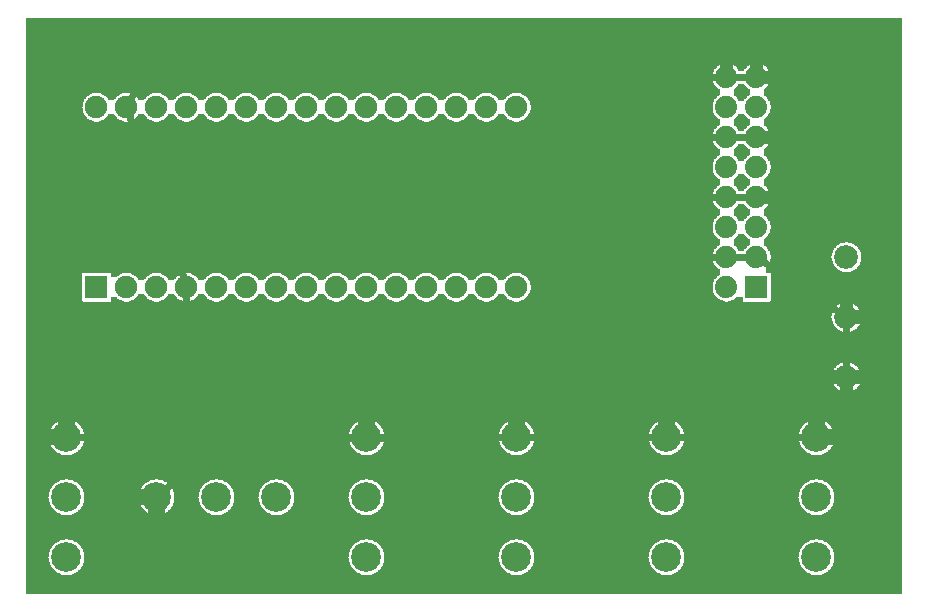
<source format=gbl>
G04 MADE WITH FRITZING*
G04 WWW.FRITZING.ORG*
G04 DOUBLE SIDED*
G04 HOLES PLATED*
G04 CONTOUR ON CENTER OF CONTOUR VECTOR*
%ASAXBY*%
%FSLAX23Y23*%
%MOIN*%
%OFA0B0*%
%SFA1.0B1.0*%
%ADD10C,0.075000*%
%ADD11C,0.079370*%
%ADD12C,0.099055*%
%ADD13C,0.074000*%
%ADD14R,0.075000X0.075000*%
%ADD15R,0.074000X0.074000*%
%ADD16C,0.024000*%
%LNCOPPER0*%
G90*
G70*
G54D10*
X123Y1880D03*
X276Y1062D03*
X276Y1662D03*
X376Y1062D03*
X376Y1662D03*
X476Y1062D03*
X476Y1662D03*
X576Y1062D03*
X576Y1662D03*
X676Y1062D03*
X676Y1662D03*
X776Y1062D03*
X776Y1662D03*
X876Y1062D03*
X876Y1662D03*
X976Y1062D03*
X976Y1662D03*
X1076Y1062D03*
X1076Y1662D03*
X1176Y1062D03*
X1176Y1662D03*
X1276Y1062D03*
X1276Y1662D03*
X1376Y1062D03*
X1376Y1662D03*
X1476Y1062D03*
X1476Y1662D03*
X1576Y1062D03*
X1576Y1662D03*
X1676Y1062D03*
X1676Y1662D03*
G54D11*
X2776Y1162D03*
X2776Y962D03*
X2776Y762D03*
G54D12*
X2676Y562D03*
X2676Y362D03*
X2676Y162D03*
X2176Y562D03*
X2176Y362D03*
X2176Y162D03*
X1676Y562D03*
X1676Y362D03*
X1676Y162D03*
X1176Y562D03*
X1176Y362D03*
X1176Y162D03*
X876Y362D03*
X676Y362D03*
X476Y362D03*
X176Y562D03*
X176Y362D03*
X176Y162D03*
G54D13*
X2376Y1062D03*
X2376Y1162D03*
X2376Y1262D03*
X2376Y1362D03*
X2376Y1462D03*
X2376Y1562D03*
X2376Y1662D03*
X2376Y1762D03*
X2476Y1062D03*
X2476Y1162D03*
X2476Y1262D03*
X2476Y1362D03*
X2476Y1462D03*
X2476Y1562D03*
X2476Y1662D03*
X2476Y1762D03*
G54D14*
X276Y1062D03*
G54D15*
X2476Y1062D03*
G54D16*
X567Y1089D02*
X385Y1635D01*
D02*
X575Y561D02*
X576Y1033D01*
D02*
X217Y562D02*
X575Y561D01*
D02*
X575Y561D02*
X576Y1033D01*
D02*
X1136Y562D02*
X575Y561D01*
D02*
X577Y461D02*
X576Y1033D01*
D02*
X505Y390D02*
X577Y461D01*
D02*
X575Y561D02*
X576Y1033D01*
D02*
X1636Y562D02*
X575Y561D01*
D02*
X575Y561D02*
X576Y1033D01*
D02*
X2136Y562D02*
X575Y561D01*
D02*
X575Y561D02*
X576Y1033D01*
D02*
X2636Y562D02*
X575Y561D01*
D02*
X1875Y1761D02*
X1877Y1862D01*
D02*
X476Y1862D02*
X389Y1687D01*
D02*
X1877Y1862D02*
X476Y1862D01*
D02*
X2345Y1762D02*
X1875Y1761D01*
D02*
X1877Y1562D02*
X2345Y1562D01*
D02*
X1877Y1862D02*
X1877Y1562D01*
D02*
X476Y1862D02*
X1877Y1862D01*
D02*
X389Y1687D02*
X476Y1862D01*
D02*
X1877Y1361D02*
X2345Y1362D01*
D02*
X1877Y1862D02*
X1877Y1361D01*
D02*
X476Y1862D02*
X1877Y1862D01*
D02*
X389Y1687D02*
X476Y1862D01*
D02*
X1877Y1161D02*
X2345Y1162D01*
D02*
X1876Y1862D02*
X1877Y1161D01*
D02*
X476Y1862D02*
X1876Y1862D01*
D02*
X389Y1687D02*
X476Y1862D01*
D02*
X2408Y1762D02*
X2445Y1762D01*
D02*
X2408Y1562D02*
X2445Y1562D01*
D02*
X2408Y1362D02*
X2445Y1362D01*
D02*
X2408Y1162D02*
X2445Y1162D01*
D02*
X2776Y793D02*
X2776Y931D01*
D02*
X2502Y1145D02*
X2751Y979D01*
G36*
X40Y1960D02*
X40Y1808D01*
X2488Y1808D01*
X2488Y1806D01*
X2494Y1806D01*
X2494Y1804D01*
X2498Y1804D01*
X2498Y1802D01*
X2502Y1802D01*
X2502Y1800D01*
X2504Y1800D01*
X2504Y1798D01*
X2508Y1798D01*
X2508Y1796D01*
X2510Y1796D01*
X2510Y1794D01*
X2512Y1794D01*
X2512Y1790D01*
X2514Y1790D01*
X2514Y1788D01*
X2516Y1788D01*
X2516Y1784D01*
X2518Y1784D01*
X2518Y1782D01*
X2520Y1782D01*
X2520Y1776D01*
X2522Y1776D01*
X2522Y1768D01*
X2524Y1768D01*
X2524Y1756D01*
X2522Y1756D01*
X2522Y1748D01*
X2520Y1748D01*
X2520Y1742D01*
X2518Y1742D01*
X2518Y1738D01*
X2516Y1738D01*
X2516Y1736D01*
X2514Y1736D01*
X2514Y1732D01*
X2512Y1732D01*
X2512Y1730D01*
X2510Y1730D01*
X2510Y1728D01*
X2508Y1728D01*
X2508Y1726D01*
X2506Y1726D01*
X2506Y1724D01*
X2502Y1724D01*
X2502Y1722D01*
X2500Y1722D01*
X2500Y1702D01*
X2502Y1702D01*
X2502Y1700D01*
X2504Y1700D01*
X2504Y1698D01*
X2508Y1698D01*
X2508Y1696D01*
X2510Y1696D01*
X2510Y1694D01*
X2512Y1694D01*
X2512Y1690D01*
X2514Y1690D01*
X2514Y1688D01*
X2516Y1688D01*
X2516Y1684D01*
X2518Y1684D01*
X2518Y1682D01*
X2520Y1682D01*
X2520Y1676D01*
X2522Y1676D01*
X2522Y1668D01*
X2524Y1668D01*
X2524Y1656D01*
X2522Y1656D01*
X2522Y1648D01*
X2520Y1648D01*
X2520Y1642D01*
X2518Y1642D01*
X2518Y1638D01*
X2516Y1638D01*
X2516Y1636D01*
X2514Y1636D01*
X2514Y1632D01*
X2512Y1632D01*
X2512Y1630D01*
X2510Y1630D01*
X2510Y1628D01*
X2508Y1628D01*
X2508Y1626D01*
X2506Y1626D01*
X2506Y1624D01*
X2502Y1624D01*
X2502Y1622D01*
X2500Y1622D01*
X2500Y1602D01*
X2502Y1602D01*
X2502Y1600D01*
X2504Y1600D01*
X2504Y1598D01*
X2508Y1598D01*
X2508Y1596D01*
X2510Y1596D01*
X2510Y1594D01*
X2512Y1594D01*
X2512Y1590D01*
X2514Y1590D01*
X2514Y1588D01*
X2516Y1588D01*
X2516Y1584D01*
X2518Y1584D01*
X2518Y1582D01*
X2520Y1582D01*
X2520Y1576D01*
X2522Y1576D01*
X2522Y1568D01*
X2524Y1568D01*
X2524Y1556D01*
X2522Y1556D01*
X2522Y1548D01*
X2520Y1548D01*
X2520Y1542D01*
X2518Y1542D01*
X2518Y1538D01*
X2516Y1538D01*
X2516Y1536D01*
X2514Y1536D01*
X2514Y1532D01*
X2512Y1532D01*
X2512Y1530D01*
X2510Y1530D01*
X2510Y1528D01*
X2508Y1528D01*
X2508Y1526D01*
X2506Y1526D01*
X2506Y1524D01*
X2502Y1524D01*
X2502Y1522D01*
X2500Y1522D01*
X2500Y1502D01*
X2502Y1502D01*
X2502Y1500D01*
X2504Y1500D01*
X2504Y1498D01*
X2508Y1498D01*
X2508Y1496D01*
X2510Y1496D01*
X2510Y1494D01*
X2512Y1494D01*
X2512Y1490D01*
X2514Y1490D01*
X2514Y1488D01*
X2516Y1488D01*
X2516Y1484D01*
X2518Y1484D01*
X2518Y1482D01*
X2520Y1482D01*
X2520Y1476D01*
X2522Y1476D01*
X2522Y1468D01*
X2524Y1468D01*
X2524Y1456D01*
X2522Y1456D01*
X2522Y1448D01*
X2520Y1448D01*
X2520Y1442D01*
X2518Y1442D01*
X2518Y1438D01*
X2516Y1438D01*
X2516Y1436D01*
X2514Y1436D01*
X2514Y1432D01*
X2512Y1432D01*
X2512Y1430D01*
X2510Y1430D01*
X2510Y1428D01*
X2508Y1428D01*
X2508Y1426D01*
X2506Y1426D01*
X2506Y1424D01*
X2502Y1424D01*
X2502Y1422D01*
X2500Y1422D01*
X2500Y1402D01*
X2502Y1402D01*
X2502Y1400D01*
X2504Y1400D01*
X2504Y1398D01*
X2508Y1398D01*
X2508Y1396D01*
X2510Y1396D01*
X2510Y1394D01*
X2512Y1394D01*
X2512Y1390D01*
X2514Y1390D01*
X2514Y1388D01*
X2516Y1388D01*
X2516Y1384D01*
X2518Y1384D01*
X2518Y1382D01*
X2520Y1382D01*
X2520Y1376D01*
X2522Y1376D01*
X2522Y1368D01*
X2524Y1368D01*
X2524Y1356D01*
X2522Y1356D01*
X2522Y1348D01*
X2520Y1348D01*
X2520Y1342D01*
X2518Y1342D01*
X2518Y1338D01*
X2516Y1338D01*
X2516Y1336D01*
X2514Y1336D01*
X2514Y1332D01*
X2512Y1332D01*
X2512Y1330D01*
X2510Y1330D01*
X2510Y1328D01*
X2508Y1328D01*
X2508Y1326D01*
X2506Y1326D01*
X2506Y1324D01*
X2502Y1324D01*
X2502Y1322D01*
X2500Y1322D01*
X2500Y1302D01*
X2502Y1302D01*
X2502Y1300D01*
X2504Y1300D01*
X2504Y1298D01*
X2508Y1298D01*
X2508Y1296D01*
X2510Y1296D01*
X2510Y1294D01*
X2512Y1294D01*
X2512Y1290D01*
X2514Y1290D01*
X2514Y1288D01*
X2516Y1288D01*
X2516Y1284D01*
X2518Y1284D01*
X2518Y1282D01*
X2520Y1282D01*
X2520Y1276D01*
X2522Y1276D01*
X2522Y1268D01*
X2524Y1268D01*
X2524Y1256D01*
X2522Y1256D01*
X2522Y1248D01*
X2520Y1248D01*
X2520Y1242D01*
X2518Y1242D01*
X2518Y1238D01*
X2516Y1238D01*
X2516Y1236D01*
X2514Y1236D01*
X2514Y1232D01*
X2512Y1232D01*
X2512Y1230D01*
X2510Y1230D01*
X2510Y1228D01*
X2508Y1228D01*
X2508Y1226D01*
X2506Y1226D01*
X2506Y1224D01*
X2502Y1224D01*
X2502Y1222D01*
X2500Y1222D01*
X2500Y1212D01*
X2782Y1212D01*
X2782Y1210D01*
X2790Y1210D01*
X2790Y1208D01*
X2796Y1208D01*
X2796Y1206D01*
X2800Y1206D01*
X2800Y1204D01*
X2804Y1204D01*
X2804Y1202D01*
X2806Y1202D01*
X2806Y1200D01*
X2808Y1200D01*
X2808Y1198D01*
X2812Y1198D01*
X2812Y1196D01*
X2814Y1196D01*
X2814Y1192D01*
X2816Y1192D01*
X2816Y1190D01*
X2818Y1190D01*
X2818Y1186D01*
X2820Y1186D01*
X2820Y1184D01*
X2822Y1184D01*
X2822Y1178D01*
X2824Y1178D01*
X2824Y1172D01*
X2826Y1172D01*
X2826Y1152D01*
X2824Y1152D01*
X2824Y1146D01*
X2822Y1146D01*
X2822Y1140D01*
X2820Y1140D01*
X2820Y1136D01*
X2818Y1136D01*
X2818Y1134D01*
X2816Y1134D01*
X2816Y1130D01*
X2814Y1130D01*
X2814Y1128D01*
X2812Y1128D01*
X2812Y1126D01*
X2810Y1126D01*
X2810Y1124D01*
X2808Y1124D01*
X2808Y1122D01*
X2804Y1122D01*
X2804Y1120D01*
X2802Y1120D01*
X2802Y1118D01*
X2798Y1118D01*
X2798Y1116D01*
X2792Y1116D01*
X2792Y1114D01*
X2786Y1114D01*
X2786Y1112D01*
X2960Y1112D01*
X2960Y1960D01*
X40Y1960D01*
G37*
D02*
G36*
X40Y1808D02*
X40Y1710D01*
X1680Y1710D01*
X1680Y1708D01*
X1690Y1708D01*
X1690Y1706D01*
X1696Y1706D01*
X1696Y1704D01*
X1700Y1704D01*
X1700Y1702D01*
X1702Y1702D01*
X1702Y1700D01*
X1706Y1700D01*
X1706Y1698D01*
X1708Y1698D01*
X1708Y1696D01*
X1710Y1696D01*
X1710Y1694D01*
X1712Y1694D01*
X1712Y1692D01*
X1714Y1692D01*
X1714Y1690D01*
X1716Y1690D01*
X1716Y1686D01*
X1718Y1686D01*
X1718Y1682D01*
X1720Y1682D01*
X1720Y1678D01*
X1722Y1678D01*
X1722Y1670D01*
X1724Y1670D01*
X1724Y1654D01*
X1722Y1654D01*
X1722Y1646D01*
X1720Y1646D01*
X1720Y1642D01*
X1718Y1642D01*
X1718Y1638D01*
X1716Y1638D01*
X1716Y1634D01*
X1714Y1634D01*
X1714Y1632D01*
X1712Y1632D01*
X1712Y1630D01*
X1710Y1630D01*
X1710Y1628D01*
X1708Y1628D01*
X1708Y1626D01*
X1706Y1626D01*
X1706Y1624D01*
X1704Y1624D01*
X1704Y1622D01*
X1700Y1622D01*
X1700Y1620D01*
X1696Y1620D01*
X1696Y1618D01*
X1692Y1618D01*
X1692Y1616D01*
X1684Y1616D01*
X1684Y1614D01*
X2354Y1614D01*
X2354Y1622D01*
X2350Y1622D01*
X2350Y1624D01*
X2348Y1624D01*
X2348Y1626D01*
X2346Y1626D01*
X2346Y1628D01*
X2342Y1628D01*
X2342Y1632D01*
X2340Y1632D01*
X2340Y1634D01*
X2338Y1634D01*
X2338Y1636D01*
X2336Y1636D01*
X2336Y1640D01*
X2334Y1640D01*
X2334Y1644D01*
X2332Y1644D01*
X2332Y1650D01*
X2330Y1650D01*
X2330Y1674D01*
X2332Y1674D01*
X2332Y1680D01*
X2334Y1680D01*
X2334Y1684D01*
X2336Y1684D01*
X2336Y1688D01*
X2338Y1688D01*
X2338Y1690D01*
X2340Y1690D01*
X2340Y1692D01*
X2342Y1692D01*
X2342Y1694D01*
X2344Y1694D01*
X2344Y1696D01*
X2346Y1696D01*
X2346Y1698D01*
X2348Y1698D01*
X2348Y1700D01*
X2350Y1700D01*
X2350Y1702D01*
X2354Y1702D01*
X2354Y1722D01*
X2350Y1722D01*
X2350Y1724D01*
X2348Y1724D01*
X2348Y1726D01*
X2346Y1726D01*
X2346Y1728D01*
X2342Y1728D01*
X2342Y1732D01*
X2340Y1732D01*
X2340Y1734D01*
X2338Y1734D01*
X2338Y1736D01*
X2336Y1736D01*
X2336Y1740D01*
X2334Y1740D01*
X2334Y1744D01*
X2332Y1744D01*
X2332Y1750D01*
X2330Y1750D01*
X2330Y1774D01*
X2332Y1774D01*
X2332Y1780D01*
X2334Y1780D01*
X2334Y1784D01*
X2336Y1784D01*
X2336Y1788D01*
X2338Y1788D01*
X2338Y1790D01*
X2340Y1790D01*
X2340Y1792D01*
X2342Y1792D01*
X2342Y1794D01*
X2344Y1794D01*
X2344Y1796D01*
X2346Y1796D01*
X2346Y1798D01*
X2348Y1798D01*
X2348Y1800D01*
X2350Y1800D01*
X2350Y1802D01*
X2354Y1802D01*
X2354Y1804D01*
X2358Y1804D01*
X2358Y1806D01*
X2364Y1806D01*
X2364Y1808D01*
X40Y1808D01*
G37*
D02*
G36*
X2388Y1808D02*
X2388Y1806D01*
X2394Y1806D01*
X2394Y1804D01*
X2398Y1804D01*
X2398Y1802D01*
X2402Y1802D01*
X2402Y1800D01*
X2404Y1800D01*
X2404Y1798D01*
X2408Y1798D01*
X2408Y1796D01*
X2410Y1796D01*
X2410Y1794D01*
X2412Y1794D01*
X2412Y1790D01*
X2414Y1790D01*
X2414Y1788D01*
X2416Y1788D01*
X2416Y1784D01*
X2436Y1784D01*
X2436Y1788D01*
X2438Y1788D01*
X2438Y1790D01*
X2440Y1790D01*
X2440Y1792D01*
X2442Y1792D01*
X2442Y1794D01*
X2444Y1794D01*
X2444Y1796D01*
X2446Y1796D01*
X2446Y1798D01*
X2448Y1798D01*
X2448Y1800D01*
X2450Y1800D01*
X2450Y1802D01*
X2454Y1802D01*
X2454Y1804D01*
X2458Y1804D01*
X2458Y1806D01*
X2464Y1806D01*
X2464Y1808D01*
X2388Y1808D01*
G37*
D02*
G36*
X40Y1710D02*
X40Y1614D01*
X268Y1614D01*
X268Y1616D01*
X262Y1616D01*
X262Y1618D01*
X256Y1618D01*
X256Y1620D01*
X252Y1620D01*
X252Y1622D01*
X250Y1622D01*
X250Y1624D01*
X246Y1624D01*
X246Y1626D01*
X244Y1626D01*
X244Y1628D01*
X242Y1628D01*
X242Y1630D01*
X240Y1630D01*
X240Y1632D01*
X238Y1632D01*
X238Y1636D01*
X236Y1636D01*
X236Y1640D01*
X234Y1640D01*
X234Y1642D01*
X232Y1642D01*
X232Y1648D01*
X230Y1648D01*
X230Y1660D01*
X228Y1660D01*
X228Y1664D01*
X230Y1664D01*
X230Y1674D01*
X232Y1674D01*
X232Y1680D01*
X234Y1680D01*
X234Y1684D01*
X236Y1684D01*
X236Y1688D01*
X238Y1688D01*
X238Y1690D01*
X240Y1690D01*
X240Y1694D01*
X242Y1694D01*
X242Y1696D01*
X244Y1696D01*
X244Y1698D01*
X248Y1698D01*
X248Y1700D01*
X250Y1700D01*
X250Y1702D01*
X254Y1702D01*
X254Y1704D01*
X256Y1704D01*
X256Y1706D01*
X262Y1706D01*
X262Y1708D01*
X272Y1708D01*
X272Y1710D01*
X40Y1710D01*
G37*
D02*
G36*
X280Y1710D02*
X280Y1708D01*
X290Y1708D01*
X290Y1706D01*
X296Y1706D01*
X296Y1704D01*
X300Y1704D01*
X300Y1702D01*
X302Y1702D01*
X302Y1700D01*
X306Y1700D01*
X306Y1698D01*
X308Y1698D01*
X308Y1696D01*
X310Y1696D01*
X310Y1694D01*
X312Y1694D01*
X312Y1692D01*
X314Y1692D01*
X314Y1690D01*
X316Y1690D01*
X316Y1686D01*
X336Y1686D01*
X336Y1688D01*
X338Y1688D01*
X338Y1690D01*
X340Y1690D01*
X340Y1694D01*
X342Y1694D01*
X342Y1696D01*
X344Y1696D01*
X344Y1698D01*
X348Y1698D01*
X348Y1700D01*
X350Y1700D01*
X350Y1702D01*
X354Y1702D01*
X354Y1704D01*
X356Y1704D01*
X356Y1706D01*
X362Y1706D01*
X362Y1708D01*
X372Y1708D01*
X372Y1710D01*
X280Y1710D01*
G37*
D02*
G36*
X380Y1710D02*
X380Y1708D01*
X390Y1708D01*
X390Y1706D01*
X396Y1706D01*
X396Y1704D01*
X400Y1704D01*
X400Y1702D01*
X402Y1702D01*
X402Y1700D01*
X406Y1700D01*
X406Y1698D01*
X408Y1698D01*
X408Y1696D01*
X410Y1696D01*
X410Y1694D01*
X412Y1694D01*
X412Y1692D01*
X414Y1692D01*
X414Y1690D01*
X416Y1690D01*
X416Y1686D01*
X436Y1686D01*
X436Y1688D01*
X438Y1688D01*
X438Y1690D01*
X440Y1690D01*
X440Y1694D01*
X442Y1694D01*
X442Y1696D01*
X444Y1696D01*
X444Y1698D01*
X448Y1698D01*
X448Y1700D01*
X450Y1700D01*
X450Y1702D01*
X454Y1702D01*
X454Y1704D01*
X456Y1704D01*
X456Y1706D01*
X462Y1706D01*
X462Y1708D01*
X472Y1708D01*
X472Y1710D01*
X380Y1710D01*
G37*
D02*
G36*
X480Y1710D02*
X480Y1708D01*
X490Y1708D01*
X490Y1706D01*
X496Y1706D01*
X496Y1704D01*
X500Y1704D01*
X500Y1702D01*
X502Y1702D01*
X502Y1700D01*
X506Y1700D01*
X506Y1698D01*
X508Y1698D01*
X508Y1696D01*
X510Y1696D01*
X510Y1694D01*
X512Y1694D01*
X512Y1692D01*
X514Y1692D01*
X514Y1690D01*
X516Y1690D01*
X516Y1686D01*
X536Y1686D01*
X536Y1688D01*
X538Y1688D01*
X538Y1690D01*
X540Y1690D01*
X540Y1694D01*
X542Y1694D01*
X542Y1696D01*
X544Y1696D01*
X544Y1698D01*
X548Y1698D01*
X548Y1700D01*
X550Y1700D01*
X550Y1702D01*
X554Y1702D01*
X554Y1704D01*
X556Y1704D01*
X556Y1706D01*
X562Y1706D01*
X562Y1708D01*
X572Y1708D01*
X572Y1710D01*
X480Y1710D01*
G37*
D02*
G36*
X580Y1710D02*
X580Y1708D01*
X590Y1708D01*
X590Y1706D01*
X596Y1706D01*
X596Y1704D01*
X600Y1704D01*
X600Y1702D01*
X602Y1702D01*
X602Y1700D01*
X606Y1700D01*
X606Y1698D01*
X608Y1698D01*
X608Y1696D01*
X610Y1696D01*
X610Y1694D01*
X612Y1694D01*
X612Y1692D01*
X614Y1692D01*
X614Y1690D01*
X616Y1690D01*
X616Y1686D01*
X636Y1686D01*
X636Y1688D01*
X638Y1688D01*
X638Y1690D01*
X640Y1690D01*
X640Y1694D01*
X642Y1694D01*
X642Y1696D01*
X644Y1696D01*
X644Y1698D01*
X648Y1698D01*
X648Y1700D01*
X650Y1700D01*
X650Y1702D01*
X654Y1702D01*
X654Y1704D01*
X656Y1704D01*
X656Y1706D01*
X662Y1706D01*
X662Y1708D01*
X672Y1708D01*
X672Y1710D01*
X580Y1710D01*
G37*
D02*
G36*
X680Y1710D02*
X680Y1708D01*
X690Y1708D01*
X690Y1706D01*
X696Y1706D01*
X696Y1704D01*
X700Y1704D01*
X700Y1702D01*
X702Y1702D01*
X702Y1700D01*
X706Y1700D01*
X706Y1698D01*
X708Y1698D01*
X708Y1696D01*
X710Y1696D01*
X710Y1694D01*
X712Y1694D01*
X712Y1692D01*
X714Y1692D01*
X714Y1690D01*
X716Y1690D01*
X716Y1686D01*
X736Y1686D01*
X736Y1688D01*
X738Y1688D01*
X738Y1690D01*
X740Y1690D01*
X740Y1694D01*
X742Y1694D01*
X742Y1696D01*
X744Y1696D01*
X744Y1698D01*
X748Y1698D01*
X748Y1700D01*
X750Y1700D01*
X750Y1702D01*
X754Y1702D01*
X754Y1704D01*
X756Y1704D01*
X756Y1706D01*
X762Y1706D01*
X762Y1708D01*
X772Y1708D01*
X772Y1710D01*
X680Y1710D01*
G37*
D02*
G36*
X780Y1710D02*
X780Y1708D01*
X790Y1708D01*
X790Y1706D01*
X796Y1706D01*
X796Y1704D01*
X800Y1704D01*
X800Y1702D01*
X802Y1702D01*
X802Y1700D01*
X806Y1700D01*
X806Y1698D01*
X808Y1698D01*
X808Y1696D01*
X810Y1696D01*
X810Y1694D01*
X812Y1694D01*
X812Y1692D01*
X814Y1692D01*
X814Y1690D01*
X816Y1690D01*
X816Y1686D01*
X836Y1686D01*
X836Y1688D01*
X838Y1688D01*
X838Y1690D01*
X840Y1690D01*
X840Y1694D01*
X842Y1694D01*
X842Y1696D01*
X844Y1696D01*
X844Y1698D01*
X848Y1698D01*
X848Y1700D01*
X850Y1700D01*
X850Y1702D01*
X854Y1702D01*
X854Y1704D01*
X856Y1704D01*
X856Y1706D01*
X862Y1706D01*
X862Y1708D01*
X872Y1708D01*
X872Y1710D01*
X780Y1710D01*
G37*
D02*
G36*
X880Y1710D02*
X880Y1708D01*
X890Y1708D01*
X890Y1706D01*
X896Y1706D01*
X896Y1704D01*
X900Y1704D01*
X900Y1702D01*
X902Y1702D01*
X902Y1700D01*
X906Y1700D01*
X906Y1698D01*
X908Y1698D01*
X908Y1696D01*
X910Y1696D01*
X910Y1694D01*
X912Y1694D01*
X912Y1692D01*
X914Y1692D01*
X914Y1690D01*
X916Y1690D01*
X916Y1686D01*
X936Y1686D01*
X936Y1688D01*
X938Y1688D01*
X938Y1690D01*
X940Y1690D01*
X940Y1694D01*
X942Y1694D01*
X942Y1696D01*
X944Y1696D01*
X944Y1698D01*
X948Y1698D01*
X948Y1700D01*
X950Y1700D01*
X950Y1702D01*
X954Y1702D01*
X954Y1704D01*
X956Y1704D01*
X956Y1706D01*
X962Y1706D01*
X962Y1708D01*
X972Y1708D01*
X972Y1710D01*
X880Y1710D01*
G37*
D02*
G36*
X980Y1710D02*
X980Y1708D01*
X990Y1708D01*
X990Y1706D01*
X996Y1706D01*
X996Y1704D01*
X1000Y1704D01*
X1000Y1702D01*
X1002Y1702D01*
X1002Y1700D01*
X1006Y1700D01*
X1006Y1698D01*
X1008Y1698D01*
X1008Y1696D01*
X1010Y1696D01*
X1010Y1694D01*
X1012Y1694D01*
X1012Y1692D01*
X1014Y1692D01*
X1014Y1690D01*
X1016Y1690D01*
X1016Y1686D01*
X1036Y1686D01*
X1036Y1688D01*
X1038Y1688D01*
X1038Y1690D01*
X1040Y1690D01*
X1040Y1694D01*
X1042Y1694D01*
X1042Y1696D01*
X1044Y1696D01*
X1044Y1698D01*
X1048Y1698D01*
X1048Y1700D01*
X1050Y1700D01*
X1050Y1702D01*
X1054Y1702D01*
X1054Y1704D01*
X1056Y1704D01*
X1056Y1706D01*
X1062Y1706D01*
X1062Y1708D01*
X1072Y1708D01*
X1072Y1710D01*
X980Y1710D01*
G37*
D02*
G36*
X1080Y1710D02*
X1080Y1708D01*
X1090Y1708D01*
X1090Y1706D01*
X1096Y1706D01*
X1096Y1704D01*
X1100Y1704D01*
X1100Y1702D01*
X1102Y1702D01*
X1102Y1700D01*
X1106Y1700D01*
X1106Y1698D01*
X1108Y1698D01*
X1108Y1696D01*
X1110Y1696D01*
X1110Y1694D01*
X1112Y1694D01*
X1112Y1692D01*
X1114Y1692D01*
X1114Y1690D01*
X1116Y1690D01*
X1116Y1686D01*
X1136Y1686D01*
X1136Y1688D01*
X1138Y1688D01*
X1138Y1690D01*
X1140Y1690D01*
X1140Y1694D01*
X1142Y1694D01*
X1142Y1696D01*
X1144Y1696D01*
X1144Y1698D01*
X1148Y1698D01*
X1148Y1700D01*
X1150Y1700D01*
X1150Y1702D01*
X1154Y1702D01*
X1154Y1704D01*
X1156Y1704D01*
X1156Y1706D01*
X1162Y1706D01*
X1162Y1708D01*
X1172Y1708D01*
X1172Y1710D01*
X1080Y1710D01*
G37*
D02*
G36*
X1180Y1710D02*
X1180Y1708D01*
X1190Y1708D01*
X1190Y1706D01*
X1196Y1706D01*
X1196Y1704D01*
X1200Y1704D01*
X1200Y1702D01*
X1202Y1702D01*
X1202Y1700D01*
X1206Y1700D01*
X1206Y1698D01*
X1208Y1698D01*
X1208Y1696D01*
X1210Y1696D01*
X1210Y1694D01*
X1212Y1694D01*
X1212Y1692D01*
X1214Y1692D01*
X1214Y1690D01*
X1216Y1690D01*
X1216Y1686D01*
X1236Y1686D01*
X1236Y1688D01*
X1238Y1688D01*
X1238Y1690D01*
X1240Y1690D01*
X1240Y1694D01*
X1242Y1694D01*
X1242Y1696D01*
X1244Y1696D01*
X1244Y1698D01*
X1248Y1698D01*
X1248Y1700D01*
X1250Y1700D01*
X1250Y1702D01*
X1254Y1702D01*
X1254Y1704D01*
X1256Y1704D01*
X1256Y1706D01*
X1262Y1706D01*
X1262Y1708D01*
X1272Y1708D01*
X1272Y1710D01*
X1180Y1710D01*
G37*
D02*
G36*
X1280Y1710D02*
X1280Y1708D01*
X1290Y1708D01*
X1290Y1706D01*
X1296Y1706D01*
X1296Y1704D01*
X1300Y1704D01*
X1300Y1702D01*
X1302Y1702D01*
X1302Y1700D01*
X1306Y1700D01*
X1306Y1698D01*
X1308Y1698D01*
X1308Y1696D01*
X1310Y1696D01*
X1310Y1694D01*
X1312Y1694D01*
X1312Y1692D01*
X1314Y1692D01*
X1314Y1690D01*
X1316Y1690D01*
X1316Y1686D01*
X1336Y1686D01*
X1336Y1688D01*
X1338Y1688D01*
X1338Y1690D01*
X1340Y1690D01*
X1340Y1694D01*
X1342Y1694D01*
X1342Y1696D01*
X1344Y1696D01*
X1344Y1698D01*
X1348Y1698D01*
X1348Y1700D01*
X1350Y1700D01*
X1350Y1702D01*
X1354Y1702D01*
X1354Y1704D01*
X1356Y1704D01*
X1356Y1706D01*
X1362Y1706D01*
X1362Y1708D01*
X1372Y1708D01*
X1372Y1710D01*
X1280Y1710D01*
G37*
D02*
G36*
X1380Y1710D02*
X1380Y1708D01*
X1390Y1708D01*
X1390Y1706D01*
X1396Y1706D01*
X1396Y1704D01*
X1400Y1704D01*
X1400Y1702D01*
X1402Y1702D01*
X1402Y1700D01*
X1406Y1700D01*
X1406Y1698D01*
X1408Y1698D01*
X1408Y1696D01*
X1410Y1696D01*
X1410Y1694D01*
X1412Y1694D01*
X1412Y1692D01*
X1414Y1692D01*
X1414Y1690D01*
X1416Y1690D01*
X1416Y1686D01*
X1436Y1686D01*
X1436Y1688D01*
X1438Y1688D01*
X1438Y1690D01*
X1440Y1690D01*
X1440Y1694D01*
X1442Y1694D01*
X1442Y1696D01*
X1444Y1696D01*
X1444Y1698D01*
X1448Y1698D01*
X1448Y1700D01*
X1450Y1700D01*
X1450Y1702D01*
X1454Y1702D01*
X1454Y1704D01*
X1456Y1704D01*
X1456Y1706D01*
X1462Y1706D01*
X1462Y1708D01*
X1472Y1708D01*
X1472Y1710D01*
X1380Y1710D01*
G37*
D02*
G36*
X1480Y1710D02*
X1480Y1708D01*
X1490Y1708D01*
X1490Y1706D01*
X1496Y1706D01*
X1496Y1704D01*
X1500Y1704D01*
X1500Y1702D01*
X1502Y1702D01*
X1502Y1700D01*
X1506Y1700D01*
X1506Y1698D01*
X1508Y1698D01*
X1508Y1696D01*
X1510Y1696D01*
X1510Y1694D01*
X1512Y1694D01*
X1512Y1692D01*
X1514Y1692D01*
X1514Y1690D01*
X1516Y1690D01*
X1516Y1686D01*
X1536Y1686D01*
X1536Y1688D01*
X1538Y1688D01*
X1538Y1690D01*
X1540Y1690D01*
X1540Y1694D01*
X1542Y1694D01*
X1542Y1696D01*
X1544Y1696D01*
X1544Y1698D01*
X1548Y1698D01*
X1548Y1700D01*
X1550Y1700D01*
X1550Y1702D01*
X1554Y1702D01*
X1554Y1704D01*
X1556Y1704D01*
X1556Y1706D01*
X1562Y1706D01*
X1562Y1708D01*
X1572Y1708D01*
X1572Y1710D01*
X1480Y1710D01*
G37*
D02*
G36*
X1580Y1710D02*
X1580Y1708D01*
X1590Y1708D01*
X1590Y1706D01*
X1596Y1706D01*
X1596Y1704D01*
X1600Y1704D01*
X1600Y1702D01*
X1602Y1702D01*
X1602Y1700D01*
X1606Y1700D01*
X1606Y1698D01*
X1608Y1698D01*
X1608Y1696D01*
X1610Y1696D01*
X1610Y1694D01*
X1612Y1694D01*
X1612Y1692D01*
X1614Y1692D01*
X1614Y1690D01*
X1616Y1690D01*
X1616Y1686D01*
X1636Y1686D01*
X1636Y1688D01*
X1638Y1688D01*
X1638Y1690D01*
X1640Y1690D01*
X1640Y1694D01*
X1642Y1694D01*
X1642Y1696D01*
X1644Y1696D01*
X1644Y1698D01*
X1648Y1698D01*
X1648Y1700D01*
X1650Y1700D01*
X1650Y1702D01*
X1654Y1702D01*
X1654Y1704D01*
X1656Y1704D01*
X1656Y1706D01*
X1662Y1706D01*
X1662Y1708D01*
X1672Y1708D01*
X1672Y1710D01*
X1580Y1710D01*
G37*
D02*
G36*
X316Y1638D02*
X316Y1634D01*
X314Y1634D01*
X314Y1632D01*
X312Y1632D01*
X312Y1630D01*
X310Y1630D01*
X310Y1628D01*
X308Y1628D01*
X308Y1626D01*
X306Y1626D01*
X306Y1624D01*
X304Y1624D01*
X304Y1622D01*
X300Y1622D01*
X300Y1620D01*
X296Y1620D01*
X296Y1618D01*
X292Y1618D01*
X292Y1616D01*
X284Y1616D01*
X284Y1614D01*
X368Y1614D01*
X368Y1616D01*
X362Y1616D01*
X362Y1618D01*
X356Y1618D01*
X356Y1620D01*
X352Y1620D01*
X352Y1622D01*
X350Y1622D01*
X350Y1624D01*
X346Y1624D01*
X346Y1626D01*
X344Y1626D01*
X344Y1628D01*
X342Y1628D01*
X342Y1630D01*
X340Y1630D01*
X340Y1632D01*
X338Y1632D01*
X338Y1636D01*
X336Y1636D01*
X336Y1638D01*
X316Y1638D01*
G37*
D02*
G36*
X416Y1638D02*
X416Y1634D01*
X414Y1634D01*
X414Y1632D01*
X412Y1632D01*
X412Y1630D01*
X410Y1630D01*
X410Y1628D01*
X408Y1628D01*
X408Y1626D01*
X406Y1626D01*
X406Y1624D01*
X404Y1624D01*
X404Y1622D01*
X400Y1622D01*
X400Y1620D01*
X396Y1620D01*
X396Y1618D01*
X392Y1618D01*
X392Y1616D01*
X384Y1616D01*
X384Y1614D01*
X468Y1614D01*
X468Y1616D01*
X462Y1616D01*
X462Y1618D01*
X456Y1618D01*
X456Y1620D01*
X452Y1620D01*
X452Y1622D01*
X450Y1622D01*
X450Y1624D01*
X446Y1624D01*
X446Y1626D01*
X444Y1626D01*
X444Y1628D01*
X442Y1628D01*
X442Y1630D01*
X440Y1630D01*
X440Y1632D01*
X438Y1632D01*
X438Y1636D01*
X436Y1636D01*
X436Y1638D01*
X416Y1638D01*
G37*
D02*
G36*
X516Y1638D02*
X516Y1634D01*
X514Y1634D01*
X514Y1632D01*
X512Y1632D01*
X512Y1630D01*
X510Y1630D01*
X510Y1628D01*
X508Y1628D01*
X508Y1626D01*
X506Y1626D01*
X506Y1624D01*
X504Y1624D01*
X504Y1622D01*
X500Y1622D01*
X500Y1620D01*
X496Y1620D01*
X496Y1618D01*
X492Y1618D01*
X492Y1616D01*
X484Y1616D01*
X484Y1614D01*
X568Y1614D01*
X568Y1616D01*
X562Y1616D01*
X562Y1618D01*
X556Y1618D01*
X556Y1620D01*
X552Y1620D01*
X552Y1622D01*
X550Y1622D01*
X550Y1624D01*
X546Y1624D01*
X546Y1626D01*
X544Y1626D01*
X544Y1628D01*
X542Y1628D01*
X542Y1630D01*
X540Y1630D01*
X540Y1632D01*
X538Y1632D01*
X538Y1636D01*
X536Y1636D01*
X536Y1638D01*
X516Y1638D01*
G37*
D02*
G36*
X616Y1638D02*
X616Y1634D01*
X614Y1634D01*
X614Y1632D01*
X612Y1632D01*
X612Y1630D01*
X610Y1630D01*
X610Y1628D01*
X608Y1628D01*
X608Y1626D01*
X606Y1626D01*
X606Y1624D01*
X604Y1624D01*
X604Y1622D01*
X600Y1622D01*
X600Y1620D01*
X596Y1620D01*
X596Y1618D01*
X592Y1618D01*
X592Y1616D01*
X584Y1616D01*
X584Y1614D01*
X668Y1614D01*
X668Y1616D01*
X662Y1616D01*
X662Y1618D01*
X656Y1618D01*
X656Y1620D01*
X652Y1620D01*
X652Y1622D01*
X650Y1622D01*
X650Y1624D01*
X646Y1624D01*
X646Y1626D01*
X644Y1626D01*
X644Y1628D01*
X642Y1628D01*
X642Y1630D01*
X640Y1630D01*
X640Y1632D01*
X638Y1632D01*
X638Y1636D01*
X636Y1636D01*
X636Y1638D01*
X616Y1638D01*
G37*
D02*
G36*
X716Y1638D02*
X716Y1634D01*
X714Y1634D01*
X714Y1632D01*
X712Y1632D01*
X712Y1630D01*
X710Y1630D01*
X710Y1628D01*
X708Y1628D01*
X708Y1626D01*
X706Y1626D01*
X706Y1624D01*
X704Y1624D01*
X704Y1622D01*
X700Y1622D01*
X700Y1620D01*
X696Y1620D01*
X696Y1618D01*
X692Y1618D01*
X692Y1616D01*
X684Y1616D01*
X684Y1614D01*
X768Y1614D01*
X768Y1616D01*
X762Y1616D01*
X762Y1618D01*
X756Y1618D01*
X756Y1620D01*
X752Y1620D01*
X752Y1622D01*
X750Y1622D01*
X750Y1624D01*
X746Y1624D01*
X746Y1626D01*
X744Y1626D01*
X744Y1628D01*
X742Y1628D01*
X742Y1630D01*
X740Y1630D01*
X740Y1632D01*
X738Y1632D01*
X738Y1636D01*
X736Y1636D01*
X736Y1638D01*
X716Y1638D01*
G37*
D02*
G36*
X816Y1638D02*
X816Y1634D01*
X814Y1634D01*
X814Y1632D01*
X812Y1632D01*
X812Y1630D01*
X810Y1630D01*
X810Y1628D01*
X808Y1628D01*
X808Y1626D01*
X806Y1626D01*
X806Y1624D01*
X804Y1624D01*
X804Y1622D01*
X800Y1622D01*
X800Y1620D01*
X796Y1620D01*
X796Y1618D01*
X792Y1618D01*
X792Y1616D01*
X784Y1616D01*
X784Y1614D01*
X868Y1614D01*
X868Y1616D01*
X862Y1616D01*
X862Y1618D01*
X856Y1618D01*
X856Y1620D01*
X852Y1620D01*
X852Y1622D01*
X850Y1622D01*
X850Y1624D01*
X846Y1624D01*
X846Y1626D01*
X844Y1626D01*
X844Y1628D01*
X842Y1628D01*
X842Y1630D01*
X840Y1630D01*
X840Y1632D01*
X838Y1632D01*
X838Y1636D01*
X836Y1636D01*
X836Y1638D01*
X816Y1638D01*
G37*
D02*
G36*
X916Y1638D02*
X916Y1634D01*
X914Y1634D01*
X914Y1632D01*
X912Y1632D01*
X912Y1630D01*
X910Y1630D01*
X910Y1628D01*
X908Y1628D01*
X908Y1626D01*
X906Y1626D01*
X906Y1624D01*
X904Y1624D01*
X904Y1622D01*
X900Y1622D01*
X900Y1620D01*
X896Y1620D01*
X896Y1618D01*
X892Y1618D01*
X892Y1616D01*
X884Y1616D01*
X884Y1614D01*
X968Y1614D01*
X968Y1616D01*
X962Y1616D01*
X962Y1618D01*
X956Y1618D01*
X956Y1620D01*
X952Y1620D01*
X952Y1622D01*
X950Y1622D01*
X950Y1624D01*
X946Y1624D01*
X946Y1626D01*
X944Y1626D01*
X944Y1628D01*
X942Y1628D01*
X942Y1630D01*
X940Y1630D01*
X940Y1632D01*
X938Y1632D01*
X938Y1636D01*
X936Y1636D01*
X936Y1638D01*
X916Y1638D01*
G37*
D02*
G36*
X1016Y1638D02*
X1016Y1634D01*
X1014Y1634D01*
X1014Y1632D01*
X1012Y1632D01*
X1012Y1630D01*
X1010Y1630D01*
X1010Y1628D01*
X1008Y1628D01*
X1008Y1626D01*
X1006Y1626D01*
X1006Y1624D01*
X1004Y1624D01*
X1004Y1622D01*
X1000Y1622D01*
X1000Y1620D01*
X996Y1620D01*
X996Y1618D01*
X992Y1618D01*
X992Y1616D01*
X984Y1616D01*
X984Y1614D01*
X1068Y1614D01*
X1068Y1616D01*
X1062Y1616D01*
X1062Y1618D01*
X1056Y1618D01*
X1056Y1620D01*
X1052Y1620D01*
X1052Y1622D01*
X1050Y1622D01*
X1050Y1624D01*
X1046Y1624D01*
X1046Y1626D01*
X1044Y1626D01*
X1044Y1628D01*
X1042Y1628D01*
X1042Y1630D01*
X1040Y1630D01*
X1040Y1632D01*
X1038Y1632D01*
X1038Y1636D01*
X1036Y1636D01*
X1036Y1638D01*
X1016Y1638D01*
G37*
D02*
G36*
X1116Y1638D02*
X1116Y1634D01*
X1114Y1634D01*
X1114Y1632D01*
X1112Y1632D01*
X1112Y1630D01*
X1110Y1630D01*
X1110Y1628D01*
X1108Y1628D01*
X1108Y1626D01*
X1106Y1626D01*
X1106Y1624D01*
X1104Y1624D01*
X1104Y1622D01*
X1100Y1622D01*
X1100Y1620D01*
X1096Y1620D01*
X1096Y1618D01*
X1092Y1618D01*
X1092Y1616D01*
X1084Y1616D01*
X1084Y1614D01*
X1168Y1614D01*
X1168Y1616D01*
X1162Y1616D01*
X1162Y1618D01*
X1156Y1618D01*
X1156Y1620D01*
X1152Y1620D01*
X1152Y1622D01*
X1150Y1622D01*
X1150Y1624D01*
X1146Y1624D01*
X1146Y1626D01*
X1144Y1626D01*
X1144Y1628D01*
X1142Y1628D01*
X1142Y1630D01*
X1140Y1630D01*
X1140Y1632D01*
X1138Y1632D01*
X1138Y1636D01*
X1136Y1636D01*
X1136Y1638D01*
X1116Y1638D01*
G37*
D02*
G36*
X1216Y1638D02*
X1216Y1634D01*
X1214Y1634D01*
X1214Y1632D01*
X1212Y1632D01*
X1212Y1630D01*
X1210Y1630D01*
X1210Y1628D01*
X1208Y1628D01*
X1208Y1626D01*
X1206Y1626D01*
X1206Y1624D01*
X1204Y1624D01*
X1204Y1622D01*
X1200Y1622D01*
X1200Y1620D01*
X1196Y1620D01*
X1196Y1618D01*
X1192Y1618D01*
X1192Y1616D01*
X1184Y1616D01*
X1184Y1614D01*
X1268Y1614D01*
X1268Y1616D01*
X1262Y1616D01*
X1262Y1618D01*
X1256Y1618D01*
X1256Y1620D01*
X1252Y1620D01*
X1252Y1622D01*
X1250Y1622D01*
X1250Y1624D01*
X1246Y1624D01*
X1246Y1626D01*
X1244Y1626D01*
X1244Y1628D01*
X1242Y1628D01*
X1242Y1630D01*
X1240Y1630D01*
X1240Y1632D01*
X1238Y1632D01*
X1238Y1636D01*
X1236Y1636D01*
X1236Y1638D01*
X1216Y1638D01*
G37*
D02*
G36*
X1316Y1638D02*
X1316Y1634D01*
X1314Y1634D01*
X1314Y1632D01*
X1312Y1632D01*
X1312Y1630D01*
X1310Y1630D01*
X1310Y1628D01*
X1308Y1628D01*
X1308Y1626D01*
X1306Y1626D01*
X1306Y1624D01*
X1304Y1624D01*
X1304Y1622D01*
X1300Y1622D01*
X1300Y1620D01*
X1296Y1620D01*
X1296Y1618D01*
X1292Y1618D01*
X1292Y1616D01*
X1284Y1616D01*
X1284Y1614D01*
X1368Y1614D01*
X1368Y1616D01*
X1362Y1616D01*
X1362Y1618D01*
X1356Y1618D01*
X1356Y1620D01*
X1352Y1620D01*
X1352Y1622D01*
X1350Y1622D01*
X1350Y1624D01*
X1346Y1624D01*
X1346Y1626D01*
X1344Y1626D01*
X1344Y1628D01*
X1342Y1628D01*
X1342Y1630D01*
X1340Y1630D01*
X1340Y1632D01*
X1338Y1632D01*
X1338Y1636D01*
X1336Y1636D01*
X1336Y1638D01*
X1316Y1638D01*
G37*
D02*
G36*
X1416Y1638D02*
X1416Y1634D01*
X1414Y1634D01*
X1414Y1632D01*
X1412Y1632D01*
X1412Y1630D01*
X1410Y1630D01*
X1410Y1628D01*
X1408Y1628D01*
X1408Y1626D01*
X1406Y1626D01*
X1406Y1624D01*
X1404Y1624D01*
X1404Y1622D01*
X1400Y1622D01*
X1400Y1620D01*
X1396Y1620D01*
X1396Y1618D01*
X1392Y1618D01*
X1392Y1616D01*
X1384Y1616D01*
X1384Y1614D01*
X1468Y1614D01*
X1468Y1616D01*
X1462Y1616D01*
X1462Y1618D01*
X1456Y1618D01*
X1456Y1620D01*
X1452Y1620D01*
X1452Y1622D01*
X1450Y1622D01*
X1450Y1624D01*
X1446Y1624D01*
X1446Y1626D01*
X1444Y1626D01*
X1444Y1628D01*
X1442Y1628D01*
X1442Y1630D01*
X1440Y1630D01*
X1440Y1632D01*
X1438Y1632D01*
X1438Y1636D01*
X1436Y1636D01*
X1436Y1638D01*
X1416Y1638D01*
G37*
D02*
G36*
X1516Y1638D02*
X1516Y1634D01*
X1514Y1634D01*
X1514Y1632D01*
X1512Y1632D01*
X1512Y1630D01*
X1510Y1630D01*
X1510Y1628D01*
X1508Y1628D01*
X1508Y1626D01*
X1506Y1626D01*
X1506Y1624D01*
X1504Y1624D01*
X1504Y1622D01*
X1500Y1622D01*
X1500Y1620D01*
X1496Y1620D01*
X1496Y1618D01*
X1492Y1618D01*
X1492Y1616D01*
X1484Y1616D01*
X1484Y1614D01*
X1568Y1614D01*
X1568Y1616D01*
X1562Y1616D01*
X1562Y1618D01*
X1556Y1618D01*
X1556Y1620D01*
X1552Y1620D01*
X1552Y1622D01*
X1550Y1622D01*
X1550Y1624D01*
X1546Y1624D01*
X1546Y1626D01*
X1544Y1626D01*
X1544Y1628D01*
X1542Y1628D01*
X1542Y1630D01*
X1540Y1630D01*
X1540Y1632D01*
X1538Y1632D01*
X1538Y1636D01*
X1536Y1636D01*
X1536Y1638D01*
X1516Y1638D01*
G37*
D02*
G36*
X1616Y1638D02*
X1616Y1634D01*
X1614Y1634D01*
X1614Y1632D01*
X1612Y1632D01*
X1612Y1630D01*
X1610Y1630D01*
X1610Y1628D01*
X1608Y1628D01*
X1608Y1626D01*
X1606Y1626D01*
X1606Y1624D01*
X1604Y1624D01*
X1604Y1622D01*
X1600Y1622D01*
X1600Y1620D01*
X1596Y1620D01*
X1596Y1618D01*
X1592Y1618D01*
X1592Y1616D01*
X1584Y1616D01*
X1584Y1614D01*
X1668Y1614D01*
X1668Y1616D01*
X1662Y1616D01*
X1662Y1618D01*
X1656Y1618D01*
X1656Y1620D01*
X1652Y1620D01*
X1652Y1622D01*
X1650Y1622D01*
X1650Y1624D01*
X1646Y1624D01*
X1646Y1626D01*
X1644Y1626D01*
X1644Y1628D01*
X1642Y1628D01*
X1642Y1630D01*
X1640Y1630D01*
X1640Y1632D01*
X1638Y1632D01*
X1638Y1636D01*
X1636Y1636D01*
X1636Y1638D01*
X1616Y1638D01*
G37*
D02*
G36*
X40Y1614D02*
X40Y1612D01*
X2354Y1612D01*
X2354Y1614D01*
X40Y1614D01*
G37*
D02*
G36*
X40Y1614D02*
X40Y1612D01*
X2354Y1612D01*
X2354Y1614D01*
X40Y1614D01*
G37*
D02*
G36*
X40Y1614D02*
X40Y1612D01*
X2354Y1612D01*
X2354Y1614D01*
X40Y1614D01*
G37*
D02*
G36*
X40Y1614D02*
X40Y1612D01*
X2354Y1612D01*
X2354Y1614D01*
X40Y1614D01*
G37*
D02*
G36*
X40Y1614D02*
X40Y1612D01*
X2354Y1612D01*
X2354Y1614D01*
X40Y1614D01*
G37*
D02*
G36*
X40Y1614D02*
X40Y1612D01*
X2354Y1612D01*
X2354Y1614D01*
X40Y1614D01*
G37*
D02*
G36*
X40Y1614D02*
X40Y1612D01*
X2354Y1612D01*
X2354Y1614D01*
X40Y1614D01*
G37*
D02*
G36*
X40Y1614D02*
X40Y1612D01*
X2354Y1612D01*
X2354Y1614D01*
X40Y1614D01*
G37*
D02*
G36*
X40Y1614D02*
X40Y1612D01*
X2354Y1612D01*
X2354Y1614D01*
X40Y1614D01*
G37*
D02*
G36*
X40Y1614D02*
X40Y1612D01*
X2354Y1612D01*
X2354Y1614D01*
X40Y1614D01*
G37*
D02*
G36*
X40Y1614D02*
X40Y1612D01*
X2354Y1612D01*
X2354Y1614D01*
X40Y1614D01*
G37*
D02*
G36*
X40Y1614D02*
X40Y1612D01*
X2354Y1612D01*
X2354Y1614D01*
X40Y1614D01*
G37*
D02*
G36*
X40Y1614D02*
X40Y1612D01*
X2354Y1612D01*
X2354Y1614D01*
X40Y1614D01*
G37*
D02*
G36*
X40Y1614D02*
X40Y1612D01*
X2354Y1612D01*
X2354Y1614D01*
X40Y1614D01*
G37*
D02*
G36*
X40Y1614D02*
X40Y1612D01*
X2354Y1612D01*
X2354Y1614D01*
X40Y1614D01*
G37*
D02*
G36*
X40Y1614D02*
X40Y1612D01*
X2354Y1612D01*
X2354Y1614D01*
X40Y1614D01*
G37*
D02*
G36*
X40Y1612D02*
X40Y1110D01*
X1680Y1110D01*
X1680Y1108D01*
X1690Y1108D01*
X1690Y1106D01*
X1696Y1106D01*
X1696Y1104D01*
X1700Y1104D01*
X1700Y1102D01*
X1702Y1102D01*
X1702Y1100D01*
X1706Y1100D01*
X1706Y1098D01*
X1708Y1098D01*
X1708Y1096D01*
X1710Y1096D01*
X1710Y1094D01*
X1712Y1094D01*
X1712Y1092D01*
X1714Y1092D01*
X1714Y1090D01*
X1716Y1090D01*
X1716Y1086D01*
X1718Y1086D01*
X1718Y1082D01*
X1720Y1082D01*
X1720Y1078D01*
X1722Y1078D01*
X1722Y1070D01*
X1724Y1070D01*
X1724Y1054D01*
X1722Y1054D01*
X1722Y1046D01*
X1720Y1046D01*
X1720Y1042D01*
X1718Y1042D01*
X1718Y1038D01*
X1716Y1038D01*
X1716Y1034D01*
X1714Y1034D01*
X1714Y1032D01*
X1712Y1032D01*
X1712Y1030D01*
X1710Y1030D01*
X1710Y1028D01*
X1708Y1028D01*
X1708Y1026D01*
X1706Y1026D01*
X1706Y1024D01*
X1704Y1024D01*
X1704Y1022D01*
X1700Y1022D01*
X1700Y1020D01*
X1696Y1020D01*
X1696Y1018D01*
X1692Y1018D01*
X1692Y1016D01*
X1684Y1016D01*
X1684Y1014D01*
X2372Y1014D01*
X2372Y1016D01*
X2364Y1016D01*
X2364Y1018D01*
X2358Y1018D01*
X2358Y1020D01*
X2354Y1020D01*
X2354Y1022D01*
X2350Y1022D01*
X2350Y1024D01*
X2348Y1024D01*
X2348Y1026D01*
X2346Y1026D01*
X2346Y1028D01*
X2342Y1028D01*
X2342Y1032D01*
X2340Y1032D01*
X2340Y1034D01*
X2338Y1034D01*
X2338Y1036D01*
X2336Y1036D01*
X2336Y1040D01*
X2334Y1040D01*
X2334Y1044D01*
X2332Y1044D01*
X2332Y1050D01*
X2330Y1050D01*
X2330Y1074D01*
X2332Y1074D01*
X2332Y1080D01*
X2334Y1080D01*
X2334Y1084D01*
X2336Y1084D01*
X2336Y1088D01*
X2338Y1088D01*
X2338Y1090D01*
X2340Y1090D01*
X2340Y1092D01*
X2342Y1092D01*
X2342Y1094D01*
X2344Y1094D01*
X2344Y1096D01*
X2346Y1096D01*
X2346Y1098D01*
X2348Y1098D01*
X2348Y1100D01*
X2350Y1100D01*
X2350Y1102D01*
X2354Y1102D01*
X2354Y1122D01*
X2350Y1122D01*
X2350Y1124D01*
X2348Y1124D01*
X2348Y1126D01*
X2346Y1126D01*
X2346Y1128D01*
X2342Y1128D01*
X2342Y1132D01*
X2340Y1132D01*
X2340Y1134D01*
X2338Y1134D01*
X2338Y1136D01*
X2336Y1136D01*
X2336Y1140D01*
X2334Y1140D01*
X2334Y1144D01*
X2332Y1144D01*
X2332Y1150D01*
X2330Y1150D01*
X2330Y1174D01*
X2332Y1174D01*
X2332Y1180D01*
X2334Y1180D01*
X2334Y1184D01*
X2336Y1184D01*
X2336Y1188D01*
X2338Y1188D01*
X2338Y1190D01*
X2340Y1190D01*
X2340Y1192D01*
X2342Y1192D01*
X2342Y1194D01*
X2344Y1194D01*
X2344Y1196D01*
X2346Y1196D01*
X2346Y1198D01*
X2348Y1198D01*
X2348Y1200D01*
X2350Y1200D01*
X2350Y1202D01*
X2354Y1202D01*
X2354Y1222D01*
X2350Y1222D01*
X2350Y1224D01*
X2348Y1224D01*
X2348Y1226D01*
X2346Y1226D01*
X2346Y1228D01*
X2342Y1228D01*
X2342Y1232D01*
X2340Y1232D01*
X2340Y1234D01*
X2338Y1234D01*
X2338Y1236D01*
X2336Y1236D01*
X2336Y1240D01*
X2334Y1240D01*
X2334Y1244D01*
X2332Y1244D01*
X2332Y1250D01*
X2330Y1250D01*
X2330Y1274D01*
X2332Y1274D01*
X2332Y1280D01*
X2334Y1280D01*
X2334Y1284D01*
X2336Y1284D01*
X2336Y1288D01*
X2338Y1288D01*
X2338Y1290D01*
X2340Y1290D01*
X2340Y1292D01*
X2342Y1292D01*
X2342Y1294D01*
X2344Y1294D01*
X2344Y1296D01*
X2346Y1296D01*
X2346Y1298D01*
X2348Y1298D01*
X2348Y1300D01*
X2350Y1300D01*
X2350Y1302D01*
X2354Y1302D01*
X2354Y1322D01*
X2350Y1322D01*
X2350Y1324D01*
X2348Y1324D01*
X2348Y1326D01*
X2346Y1326D01*
X2346Y1328D01*
X2342Y1328D01*
X2342Y1332D01*
X2340Y1332D01*
X2340Y1334D01*
X2338Y1334D01*
X2338Y1336D01*
X2336Y1336D01*
X2336Y1340D01*
X2334Y1340D01*
X2334Y1344D01*
X2332Y1344D01*
X2332Y1350D01*
X2330Y1350D01*
X2330Y1374D01*
X2332Y1374D01*
X2332Y1380D01*
X2334Y1380D01*
X2334Y1384D01*
X2336Y1384D01*
X2336Y1388D01*
X2338Y1388D01*
X2338Y1390D01*
X2340Y1390D01*
X2340Y1392D01*
X2342Y1392D01*
X2342Y1394D01*
X2344Y1394D01*
X2344Y1396D01*
X2346Y1396D01*
X2346Y1398D01*
X2348Y1398D01*
X2348Y1400D01*
X2350Y1400D01*
X2350Y1402D01*
X2354Y1402D01*
X2354Y1422D01*
X2350Y1422D01*
X2350Y1424D01*
X2348Y1424D01*
X2348Y1426D01*
X2346Y1426D01*
X2346Y1428D01*
X2342Y1428D01*
X2342Y1432D01*
X2340Y1432D01*
X2340Y1434D01*
X2338Y1434D01*
X2338Y1436D01*
X2336Y1436D01*
X2336Y1440D01*
X2334Y1440D01*
X2334Y1444D01*
X2332Y1444D01*
X2332Y1450D01*
X2330Y1450D01*
X2330Y1474D01*
X2332Y1474D01*
X2332Y1480D01*
X2334Y1480D01*
X2334Y1484D01*
X2336Y1484D01*
X2336Y1488D01*
X2338Y1488D01*
X2338Y1490D01*
X2340Y1490D01*
X2340Y1492D01*
X2342Y1492D01*
X2342Y1494D01*
X2344Y1494D01*
X2344Y1496D01*
X2346Y1496D01*
X2346Y1498D01*
X2348Y1498D01*
X2348Y1500D01*
X2350Y1500D01*
X2350Y1502D01*
X2354Y1502D01*
X2354Y1522D01*
X2350Y1522D01*
X2350Y1524D01*
X2348Y1524D01*
X2348Y1526D01*
X2346Y1526D01*
X2346Y1528D01*
X2342Y1528D01*
X2342Y1532D01*
X2340Y1532D01*
X2340Y1534D01*
X2338Y1534D01*
X2338Y1536D01*
X2336Y1536D01*
X2336Y1540D01*
X2334Y1540D01*
X2334Y1544D01*
X2332Y1544D01*
X2332Y1550D01*
X2330Y1550D01*
X2330Y1574D01*
X2332Y1574D01*
X2332Y1580D01*
X2334Y1580D01*
X2334Y1584D01*
X2336Y1584D01*
X2336Y1588D01*
X2338Y1588D01*
X2338Y1590D01*
X2340Y1590D01*
X2340Y1592D01*
X2342Y1592D01*
X2342Y1594D01*
X2344Y1594D01*
X2344Y1596D01*
X2346Y1596D01*
X2346Y1598D01*
X2348Y1598D01*
X2348Y1600D01*
X2350Y1600D01*
X2350Y1602D01*
X2354Y1602D01*
X2354Y1612D01*
X40Y1612D01*
G37*
D02*
G36*
X2500Y1212D02*
X2500Y1202D01*
X2502Y1202D01*
X2502Y1200D01*
X2504Y1200D01*
X2504Y1198D01*
X2508Y1198D01*
X2508Y1196D01*
X2510Y1196D01*
X2510Y1194D01*
X2512Y1194D01*
X2512Y1190D01*
X2514Y1190D01*
X2514Y1188D01*
X2516Y1188D01*
X2516Y1184D01*
X2518Y1184D01*
X2518Y1182D01*
X2520Y1182D01*
X2520Y1176D01*
X2522Y1176D01*
X2522Y1168D01*
X2524Y1168D01*
X2524Y1156D01*
X2522Y1156D01*
X2522Y1148D01*
X2520Y1148D01*
X2520Y1142D01*
X2518Y1142D01*
X2518Y1138D01*
X2516Y1138D01*
X2516Y1136D01*
X2514Y1136D01*
X2514Y1132D01*
X2512Y1132D01*
X2512Y1130D01*
X2510Y1130D01*
X2510Y1128D01*
X2508Y1128D01*
X2508Y1112D01*
X2768Y1112D01*
X2768Y1114D01*
X2760Y1114D01*
X2760Y1116D01*
X2756Y1116D01*
X2756Y1118D01*
X2752Y1118D01*
X2752Y1120D01*
X2748Y1120D01*
X2748Y1122D01*
X2746Y1122D01*
X2746Y1124D01*
X2744Y1124D01*
X2744Y1126D01*
X2742Y1126D01*
X2742Y1128D01*
X2740Y1128D01*
X2740Y1130D01*
X2738Y1130D01*
X2738Y1132D01*
X2736Y1132D01*
X2736Y1134D01*
X2734Y1134D01*
X2734Y1138D01*
X2732Y1138D01*
X2732Y1142D01*
X2730Y1142D01*
X2730Y1148D01*
X2728Y1148D01*
X2728Y1158D01*
X2726Y1158D01*
X2726Y1166D01*
X2728Y1166D01*
X2728Y1176D01*
X2730Y1176D01*
X2730Y1182D01*
X2732Y1182D01*
X2732Y1186D01*
X2734Y1186D01*
X2734Y1188D01*
X2736Y1188D01*
X2736Y1192D01*
X2738Y1192D01*
X2738Y1194D01*
X2740Y1194D01*
X2740Y1196D01*
X2742Y1196D01*
X2742Y1198D01*
X2744Y1198D01*
X2744Y1200D01*
X2746Y1200D01*
X2746Y1202D01*
X2748Y1202D01*
X2748Y1204D01*
X2752Y1204D01*
X2752Y1206D01*
X2756Y1206D01*
X2756Y1208D01*
X2762Y1208D01*
X2762Y1210D01*
X2770Y1210D01*
X2770Y1212D01*
X2500Y1212D01*
G37*
D02*
G36*
X2508Y1112D02*
X2508Y1110D01*
X2960Y1110D01*
X2960Y1112D01*
X2508Y1112D01*
G37*
D02*
G36*
X2508Y1112D02*
X2508Y1110D01*
X2960Y1110D01*
X2960Y1112D01*
X2508Y1112D01*
G37*
D02*
G36*
X40Y1110D02*
X40Y1014D01*
X230Y1014D01*
X230Y1016D01*
X228Y1016D01*
X228Y1108D01*
X230Y1108D01*
X230Y1110D01*
X40Y1110D01*
G37*
D02*
G36*
X324Y1110D02*
X324Y1096D01*
X344Y1096D01*
X344Y1098D01*
X348Y1098D01*
X348Y1100D01*
X350Y1100D01*
X350Y1102D01*
X354Y1102D01*
X354Y1104D01*
X356Y1104D01*
X356Y1106D01*
X362Y1106D01*
X362Y1108D01*
X372Y1108D01*
X372Y1110D01*
X324Y1110D01*
G37*
D02*
G36*
X380Y1110D02*
X380Y1108D01*
X390Y1108D01*
X390Y1106D01*
X396Y1106D01*
X396Y1104D01*
X400Y1104D01*
X400Y1102D01*
X402Y1102D01*
X402Y1100D01*
X406Y1100D01*
X406Y1098D01*
X408Y1098D01*
X408Y1096D01*
X410Y1096D01*
X410Y1094D01*
X412Y1094D01*
X412Y1092D01*
X414Y1092D01*
X414Y1090D01*
X416Y1090D01*
X416Y1086D01*
X436Y1086D01*
X436Y1088D01*
X438Y1088D01*
X438Y1090D01*
X440Y1090D01*
X440Y1094D01*
X442Y1094D01*
X442Y1096D01*
X444Y1096D01*
X444Y1098D01*
X448Y1098D01*
X448Y1100D01*
X450Y1100D01*
X450Y1102D01*
X454Y1102D01*
X454Y1104D01*
X456Y1104D01*
X456Y1106D01*
X462Y1106D01*
X462Y1108D01*
X472Y1108D01*
X472Y1110D01*
X380Y1110D01*
G37*
D02*
G36*
X480Y1110D02*
X480Y1108D01*
X490Y1108D01*
X490Y1106D01*
X496Y1106D01*
X496Y1104D01*
X500Y1104D01*
X500Y1102D01*
X502Y1102D01*
X502Y1100D01*
X506Y1100D01*
X506Y1098D01*
X508Y1098D01*
X508Y1096D01*
X510Y1096D01*
X510Y1094D01*
X512Y1094D01*
X512Y1092D01*
X514Y1092D01*
X514Y1090D01*
X516Y1090D01*
X516Y1086D01*
X536Y1086D01*
X536Y1088D01*
X538Y1088D01*
X538Y1090D01*
X540Y1090D01*
X540Y1094D01*
X542Y1094D01*
X542Y1096D01*
X544Y1096D01*
X544Y1098D01*
X548Y1098D01*
X548Y1100D01*
X550Y1100D01*
X550Y1102D01*
X554Y1102D01*
X554Y1104D01*
X556Y1104D01*
X556Y1106D01*
X562Y1106D01*
X562Y1108D01*
X572Y1108D01*
X572Y1110D01*
X480Y1110D01*
G37*
D02*
G36*
X580Y1110D02*
X580Y1108D01*
X590Y1108D01*
X590Y1106D01*
X596Y1106D01*
X596Y1104D01*
X600Y1104D01*
X600Y1102D01*
X602Y1102D01*
X602Y1100D01*
X606Y1100D01*
X606Y1098D01*
X608Y1098D01*
X608Y1096D01*
X610Y1096D01*
X610Y1094D01*
X612Y1094D01*
X612Y1092D01*
X614Y1092D01*
X614Y1090D01*
X616Y1090D01*
X616Y1086D01*
X636Y1086D01*
X636Y1088D01*
X638Y1088D01*
X638Y1090D01*
X640Y1090D01*
X640Y1094D01*
X642Y1094D01*
X642Y1096D01*
X644Y1096D01*
X644Y1098D01*
X648Y1098D01*
X648Y1100D01*
X650Y1100D01*
X650Y1102D01*
X654Y1102D01*
X654Y1104D01*
X656Y1104D01*
X656Y1106D01*
X662Y1106D01*
X662Y1108D01*
X672Y1108D01*
X672Y1110D01*
X580Y1110D01*
G37*
D02*
G36*
X680Y1110D02*
X680Y1108D01*
X690Y1108D01*
X690Y1106D01*
X696Y1106D01*
X696Y1104D01*
X700Y1104D01*
X700Y1102D01*
X702Y1102D01*
X702Y1100D01*
X706Y1100D01*
X706Y1098D01*
X708Y1098D01*
X708Y1096D01*
X710Y1096D01*
X710Y1094D01*
X712Y1094D01*
X712Y1092D01*
X714Y1092D01*
X714Y1090D01*
X716Y1090D01*
X716Y1086D01*
X736Y1086D01*
X736Y1088D01*
X738Y1088D01*
X738Y1090D01*
X740Y1090D01*
X740Y1094D01*
X742Y1094D01*
X742Y1096D01*
X744Y1096D01*
X744Y1098D01*
X748Y1098D01*
X748Y1100D01*
X750Y1100D01*
X750Y1102D01*
X754Y1102D01*
X754Y1104D01*
X756Y1104D01*
X756Y1106D01*
X762Y1106D01*
X762Y1108D01*
X772Y1108D01*
X772Y1110D01*
X680Y1110D01*
G37*
D02*
G36*
X780Y1110D02*
X780Y1108D01*
X790Y1108D01*
X790Y1106D01*
X796Y1106D01*
X796Y1104D01*
X800Y1104D01*
X800Y1102D01*
X802Y1102D01*
X802Y1100D01*
X806Y1100D01*
X806Y1098D01*
X808Y1098D01*
X808Y1096D01*
X810Y1096D01*
X810Y1094D01*
X812Y1094D01*
X812Y1092D01*
X814Y1092D01*
X814Y1090D01*
X816Y1090D01*
X816Y1086D01*
X836Y1086D01*
X836Y1088D01*
X838Y1088D01*
X838Y1090D01*
X840Y1090D01*
X840Y1094D01*
X842Y1094D01*
X842Y1096D01*
X844Y1096D01*
X844Y1098D01*
X848Y1098D01*
X848Y1100D01*
X850Y1100D01*
X850Y1102D01*
X854Y1102D01*
X854Y1104D01*
X856Y1104D01*
X856Y1106D01*
X862Y1106D01*
X862Y1108D01*
X872Y1108D01*
X872Y1110D01*
X780Y1110D01*
G37*
D02*
G36*
X880Y1110D02*
X880Y1108D01*
X890Y1108D01*
X890Y1106D01*
X896Y1106D01*
X896Y1104D01*
X900Y1104D01*
X900Y1102D01*
X902Y1102D01*
X902Y1100D01*
X906Y1100D01*
X906Y1098D01*
X908Y1098D01*
X908Y1096D01*
X910Y1096D01*
X910Y1094D01*
X912Y1094D01*
X912Y1092D01*
X914Y1092D01*
X914Y1090D01*
X916Y1090D01*
X916Y1086D01*
X936Y1086D01*
X936Y1088D01*
X938Y1088D01*
X938Y1090D01*
X940Y1090D01*
X940Y1094D01*
X942Y1094D01*
X942Y1096D01*
X944Y1096D01*
X944Y1098D01*
X948Y1098D01*
X948Y1100D01*
X950Y1100D01*
X950Y1102D01*
X954Y1102D01*
X954Y1104D01*
X956Y1104D01*
X956Y1106D01*
X962Y1106D01*
X962Y1108D01*
X972Y1108D01*
X972Y1110D01*
X880Y1110D01*
G37*
D02*
G36*
X980Y1110D02*
X980Y1108D01*
X990Y1108D01*
X990Y1106D01*
X996Y1106D01*
X996Y1104D01*
X1000Y1104D01*
X1000Y1102D01*
X1002Y1102D01*
X1002Y1100D01*
X1006Y1100D01*
X1006Y1098D01*
X1008Y1098D01*
X1008Y1096D01*
X1010Y1096D01*
X1010Y1094D01*
X1012Y1094D01*
X1012Y1092D01*
X1014Y1092D01*
X1014Y1090D01*
X1016Y1090D01*
X1016Y1086D01*
X1036Y1086D01*
X1036Y1088D01*
X1038Y1088D01*
X1038Y1090D01*
X1040Y1090D01*
X1040Y1094D01*
X1042Y1094D01*
X1042Y1096D01*
X1044Y1096D01*
X1044Y1098D01*
X1048Y1098D01*
X1048Y1100D01*
X1050Y1100D01*
X1050Y1102D01*
X1054Y1102D01*
X1054Y1104D01*
X1056Y1104D01*
X1056Y1106D01*
X1062Y1106D01*
X1062Y1108D01*
X1072Y1108D01*
X1072Y1110D01*
X980Y1110D01*
G37*
D02*
G36*
X1080Y1110D02*
X1080Y1108D01*
X1090Y1108D01*
X1090Y1106D01*
X1096Y1106D01*
X1096Y1104D01*
X1100Y1104D01*
X1100Y1102D01*
X1102Y1102D01*
X1102Y1100D01*
X1106Y1100D01*
X1106Y1098D01*
X1108Y1098D01*
X1108Y1096D01*
X1110Y1096D01*
X1110Y1094D01*
X1112Y1094D01*
X1112Y1092D01*
X1114Y1092D01*
X1114Y1090D01*
X1116Y1090D01*
X1116Y1086D01*
X1136Y1086D01*
X1136Y1088D01*
X1138Y1088D01*
X1138Y1090D01*
X1140Y1090D01*
X1140Y1094D01*
X1142Y1094D01*
X1142Y1096D01*
X1144Y1096D01*
X1144Y1098D01*
X1148Y1098D01*
X1148Y1100D01*
X1150Y1100D01*
X1150Y1102D01*
X1154Y1102D01*
X1154Y1104D01*
X1156Y1104D01*
X1156Y1106D01*
X1162Y1106D01*
X1162Y1108D01*
X1172Y1108D01*
X1172Y1110D01*
X1080Y1110D01*
G37*
D02*
G36*
X1180Y1110D02*
X1180Y1108D01*
X1190Y1108D01*
X1190Y1106D01*
X1196Y1106D01*
X1196Y1104D01*
X1200Y1104D01*
X1200Y1102D01*
X1202Y1102D01*
X1202Y1100D01*
X1206Y1100D01*
X1206Y1098D01*
X1208Y1098D01*
X1208Y1096D01*
X1210Y1096D01*
X1210Y1094D01*
X1212Y1094D01*
X1212Y1092D01*
X1214Y1092D01*
X1214Y1090D01*
X1216Y1090D01*
X1216Y1086D01*
X1236Y1086D01*
X1236Y1088D01*
X1238Y1088D01*
X1238Y1090D01*
X1240Y1090D01*
X1240Y1094D01*
X1242Y1094D01*
X1242Y1096D01*
X1244Y1096D01*
X1244Y1098D01*
X1248Y1098D01*
X1248Y1100D01*
X1250Y1100D01*
X1250Y1102D01*
X1254Y1102D01*
X1254Y1104D01*
X1256Y1104D01*
X1256Y1106D01*
X1262Y1106D01*
X1262Y1108D01*
X1272Y1108D01*
X1272Y1110D01*
X1180Y1110D01*
G37*
D02*
G36*
X1280Y1110D02*
X1280Y1108D01*
X1290Y1108D01*
X1290Y1106D01*
X1296Y1106D01*
X1296Y1104D01*
X1300Y1104D01*
X1300Y1102D01*
X1302Y1102D01*
X1302Y1100D01*
X1306Y1100D01*
X1306Y1098D01*
X1308Y1098D01*
X1308Y1096D01*
X1310Y1096D01*
X1310Y1094D01*
X1312Y1094D01*
X1312Y1092D01*
X1314Y1092D01*
X1314Y1090D01*
X1316Y1090D01*
X1316Y1086D01*
X1336Y1086D01*
X1336Y1088D01*
X1338Y1088D01*
X1338Y1090D01*
X1340Y1090D01*
X1340Y1094D01*
X1342Y1094D01*
X1342Y1096D01*
X1344Y1096D01*
X1344Y1098D01*
X1348Y1098D01*
X1348Y1100D01*
X1350Y1100D01*
X1350Y1102D01*
X1354Y1102D01*
X1354Y1104D01*
X1356Y1104D01*
X1356Y1106D01*
X1362Y1106D01*
X1362Y1108D01*
X1372Y1108D01*
X1372Y1110D01*
X1280Y1110D01*
G37*
D02*
G36*
X1380Y1110D02*
X1380Y1108D01*
X1390Y1108D01*
X1390Y1106D01*
X1396Y1106D01*
X1396Y1104D01*
X1400Y1104D01*
X1400Y1102D01*
X1402Y1102D01*
X1402Y1100D01*
X1406Y1100D01*
X1406Y1098D01*
X1408Y1098D01*
X1408Y1096D01*
X1410Y1096D01*
X1410Y1094D01*
X1412Y1094D01*
X1412Y1092D01*
X1414Y1092D01*
X1414Y1090D01*
X1416Y1090D01*
X1416Y1086D01*
X1436Y1086D01*
X1436Y1088D01*
X1438Y1088D01*
X1438Y1090D01*
X1440Y1090D01*
X1440Y1094D01*
X1442Y1094D01*
X1442Y1096D01*
X1444Y1096D01*
X1444Y1098D01*
X1448Y1098D01*
X1448Y1100D01*
X1450Y1100D01*
X1450Y1102D01*
X1454Y1102D01*
X1454Y1104D01*
X1456Y1104D01*
X1456Y1106D01*
X1462Y1106D01*
X1462Y1108D01*
X1472Y1108D01*
X1472Y1110D01*
X1380Y1110D01*
G37*
D02*
G36*
X1480Y1110D02*
X1480Y1108D01*
X1490Y1108D01*
X1490Y1106D01*
X1496Y1106D01*
X1496Y1104D01*
X1500Y1104D01*
X1500Y1102D01*
X1502Y1102D01*
X1502Y1100D01*
X1506Y1100D01*
X1506Y1098D01*
X1508Y1098D01*
X1508Y1096D01*
X1510Y1096D01*
X1510Y1094D01*
X1512Y1094D01*
X1512Y1092D01*
X1514Y1092D01*
X1514Y1090D01*
X1516Y1090D01*
X1516Y1086D01*
X1536Y1086D01*
X1536Y1088D01*
X1538Y1088D01*
X1538Y1090D01*
X1540Y1090D01*
X1540Y1094D01*
X1542Y1094D01*
X1542Y1096D01*
X1544Y1096D01*
X1544Y1098D01*
X1548Y1098D01*
X1548Y1100D01*
X1550Y1100D01*
X1550Y1102D01*
X1554Y1102D01*
X1554Y1104D01*
X1556Y1104D01*
X1556Y1106D01*
X1562Y1106D01*
X1562Y1108D01*
X1572Y1108D01*
X1572Y1110D01*
X1480Y1110D01*
G37*
D02*
G36*
X1580Y1110D02*
X1580Y1108D01*
X1590Y1108D01*
X1590Y1106D01*
X1596Y1106D01*
X1596Y1104D01*
X1600Y1104D01*
X1600Y1102D01*
X1602Y1102D01*
X1602Y1100D01*
X1606Y1100D01*
X1606Y1098D01*
X1608Y1098D01*
X1608Y1096D01*
X1610Y1096D01*
X1610Y1094D01*
X1612Y1094D01*
X1612Y1092D01*
X1614Y1092D01*
X1614Y1090D01*
X1616Y1090D01*
X1616Y1086D01*
X1636Y1086D01*
X1636Y1088D01*
X1638Y1088D01*
X1638Y1090D01*
X1640Y1090D01*
X1640Y1094D01*
X1642Y1094D01*
X1642Y1096D01*
X1644Y1096D01*
X1644Y1098D01*
X1648Y1098D01*
X1648Y1100D01*
X1650Y1100D01*
X1650Y1102D01*
X1654Y1102D01*
X1654Y1104D01*
X1656Y1104D01*
X1656Y1106D01*
X1662Y1106D01*
X1662Y1108D01*
X1672Y1108D01*
X1672Y1110D01*
X1580Y1110D01*
G37*
D02*
G36*
X2508Y1110D02*
X2508Y1108D01*
X2524Y1108D01*
X2524Y1016D01*
X2522Y1016D01*
X2522Y1014D01*
X2960Y1014D01*
X2960Y1110D01*
X2508Y1110D01*
G37*
D02*
G36*
X416Y1038D02*
X416Y1034D01*
X414Y1034D01*
X414Y1032D01*
X412Y1032D01*
X412Y1030D01*
X410Y1030D01*
X410Y1028D01*
X408Y1028D01*
X408Y1026D01*
X406Y1026D01*
X406Y1024D01*
X404Y1024D01*
X404Y1022D01*
X400Y1022D01*
X400Y1020D01*
X396Y1020D01*
X396Y1018D01*
X392Y1018D01*
X392Y1016D01*
X384Y1016D01*
X384Y1014D01*
X468Y1014D01*
X468Y1016D01*
X462Y1016D01*
X462Y1018D01*
X456Y1018D01*
X456Y1020D01*
X452Y1020D01*
X452Y1022D01*
X450Y1022D01*
X450Y1024D01*
X446Y1024D01*
X446Y1026D01*
X444Y1026D01*
X444Y1028D01*
X442Y1028D01*
X442Y1030D01*
X440Y1030D01*
X440Y1032D01*
X438Y1032D01*
X438Y1036D01*
X436Y1036D01*
X436Y1038D01*
X416Y1038D01*
G37*
D02*
G36*
X516Y1038D02*
X516Y1034D01*
X514Y1034D01*
X514Y1032D01*
X512Y1032D01*
X512Y1030D01*
X510Y1030D01*
X510Y1028D01*
X508Y1028D01*
X508Y1026D01*
X506Y1026D01*
X506Y1024D01*
X504Y1024D01*
X504Y1022D01*
X500Y1022D01*
X500Y1020D01*
X496Y1020D01*
X496Y1018D01*
X492Y1018D01*
X492Y1016D01*
X484Y1016D01*
X484Y1014D01*
X568Y1014D01*
X568Y1016D01*
X562Y1016D01*
X562Y1018D01*
X556Y1018D01*
X556Y1020D01*
X552Y1020D01*
X552Y1022D01*
X550Y1022D01*
X550Y1024D01*
X546Y1024D01*
X546Y1026D01*
X544Y1026D01*
X544Y1028D01*
X542Y1028D01*
X542Y1030D01*
X540Y1030D01*
X540Y1032D01*
X538Y1032D01*
X538Y1036D01*
X536Y1036D01*
X536Y1038D01*
X516Y1038D01*
G37*
D02*
G36*
X616Y1038D02*
X616Y1034D01*
X614Y1034D01*
X614Y1032D01*
X612Y1032D01*
X612Y1030D01*
X610Y1030D01*
X610Y1028D01*
X608Y1028D01*
X608Y1026D01*
X606Y1026D01*
X606Y1024D01*
X604Y1024D01*
X604Y1022D01*
X600Y1022D01*
X600Y1020D01*
X596Y1020D01*
X596Y1018D01*
X592Y1018D01*
X592Y1016D01*
X584Y1016D01*
X584Y1014D01*
X668Y1014D01*
X668Y1016D01*
X662Y1016D01*
X662Y1018D01*
X656Y1018D01*
X656Y1020D01*
X652Y1020D01*
X652Y1022D01*
X650Y1022D01*
X650Y1024D01*
X646Y1024D01*
X646Y1026D01*
X644Y1026D01*
X644Y1028D01*
X642Y1028D01*
X642Y1030D01*
X640Y1030D01*
X640Y1032D01*
X638Y1032D01*
X638Y1036D01*
X636Y1036D01*
X636Y1038D01*
X616Y1038D01*
G37*
D02*
G36*
X716Y1038D02*
X716Y1034D01*
X714Y1034D01*
X714Y1032D01*
X712Y1032D01*
X712Y1030D01*
X710Y1030D01*
X710Y1028D01*
X708Y1028D01*
X708Y1026D01*
X706Y1026D01*
X706Y1024D01*
X704Y1024D01*
X704Y1022D01*
X700Y1022D01*
X700Y1020D01*
X696Y1020D01*
X696Y1018D01*
X692Y1018D01*
X692Y1016D01*
X684Y1016D01*
X684Y1014D01*
X768Y1014D01*
X768Y1016D01*
X762Y1016D01*
X762Y1018D01*
X756Y1018D01*
X756Y1020D01*
X752Y1020D01*
X752Y1022D01*
X750Y1022D01*
X750Y1024D01*
X746Y1024D01*
X746Y1026D01*
X744Y1026D01*
X744Y1028D01*
X742Y1028D01*
X742Y1030D01*
X740Y1030D01*
X740Y1032D01*
X738Y1032D01*
X738Y1036D01*
X736Y1036D01*
X736Y1038D01*
X716Y1038D01*
G37*
D02*
G36*
X816Y1038D02*
X816Y1034D01*
X814Y1034D01*
X814Y1032D01*
X812Y1032D01*
X812Y1030D01*
X810Y1030D01*
X810Y1028D01*
X808Y1028D01*
X808Y1026D01*
X806Y1026D01*
X806Y1024D01*
X804Y1024D01*
X804Y1022D01*
X800Y1022D01*
X800Y1020D01*
X796Y1020D01*
X796Y1018D01*
X792Y1018D01*
X792Y1016D01*
X784Y1016D01*
X784Y1014D01*
X868Y1014D01*
X868Y1016D01*
X862Y1016D01*
X862Y1018D01*
X856Y1018D01*
X856Y1020D01*
X852Y1020D01*
X852Y1022D01*
X850Y1022D01*
X850Y1024D01*
X846Y1024D01*
X846Y1026D01*
X844Y1026D01*
X844Y1028D01*
X842Y1028D01*
X842Y1030D01*
X840Y1030D01*
X840Y1032D01*
X838Y1032D01*
X838Y1036D01*
X836Y1036D01*
X836Y1038D01*
X816Y1038D01*
G37*
D02*
G36*
X916Y1038D02*
X916Y1034D01*
X914Y1034D01*
X914Y1032D01*
X912Y1032D01*
X912Y1030D01*
X910Y1030D01*
X910Y1028D01*
X908Y1028D01*
X908Y1026D01*
X906Y1026D01*
X906Y1024D01*
X904Y1024D01*
X904Y1022D01*
X900Y1022D01*
X900Y1020D01*
X896Y1020D01*
X896Y1018D01*
X892Y1018D01*
X892Y1016D01*
X884Y1016D01*
X884Y1014D01*
X968Y1014D01*
X968Y1016D01*
X962Y1016D01*
X962Y1018D01*
X956Y1018D01*
X956Y1020D01*
X952Y1020D01*
X952Y1022D01*
X950Y1022D01*
X950Y1024D01*
X946Y1024D01*
X946Y1026D01*
X944Y1026D01*
X944Y1028D01*
X942Y1028D01*
X942Y1030D01*
X940Y1030D01*
X940Y1032D01*
X938Y1032D01*
X938Y1036D01*
X936Y1036D01*
X936Y1038D01*
X916Y1038D01*
G37*
D02*
G36*
X1016Y1038D02*
X1016Y1034D01*
X1014Y1034D01*
X1014Y1032D01*
X1012Y1032D01*
X1012Y1030D01*
X1010Y1030D01*
X1010Y1028D01*
X1008Y1028D01*
X1008Y1026D01*
X1006Y1026D01*
X1006Y1024D01*
X1004Y1024D01*
X1004Y1022D01*
X1000Y1022D01*
X1000Y1020D01*
X996Y1020D01*
X996Y1018D01*
X992Y1018D01*
X992Y1016D01*
X984Y1016D01*
X984Y1014D01*
X1068Y1014D01*
X1068Y1016D01*
X1062Y1016D01*
X1062Y1018D01*
X1056Y1018D01*
X1056Y1020D01*
X1052Y1020D01*
X1052Y1022D01*
X1050Y1022D01*
X1050Y1024D01*
X1046Y1024D01*
X1046Y1026D01*
X1044Y1026D01*
X1044Y1028D01*
X1042Y1028D01*
X1042Y1030D01*
X1040Y1030D01*
X1040Y1032D01*
X1038Y1032D01*
X1038Y1036D01*
X1036Y1036D01*
X1036Y1038D01*
X1016Y1038D01*
G37*
D02*
G36*
X1116Y1038D02*
X1116Y1034D01*
X1114Y1034D01*
X1114Y1032D01*
X1112Y1032D01*
X1112Y1030D01*
X1110Y1030D01*
X1110Y1028D01*
X1108Y1028D01*
X1108Y1026D01*
X1106Y1026D01*
X1106Y1024D01*
X1104Y1024D01*
X1104Y1022D01*
X1100Y1022D01*
X1100Y1020D01*
X1096Y1020D01*
X1096Y1018D01*
X1092Y1018D01*
X1092Y1016D01*
X1084Y1016D01*
X1084Y1014D01*
X1168Y1014D01*
X1168Y1016D01*
X1162Y1016D01*
X1162Y1018D01*
X1156Y1018D01*
X1156Y1020D01*
X1152Y1020D01*
X1152Y1022D01*
X1150Y1022D01*
X1150Y1024D01*
X1146Y1024D01*
X1146Y1026D01*
X1144Y1026D01*
X1144Y1028D01*
X1142Y1028D01*
X1142Y1030D01*
X1140Y1030D01*
X1140Y1032D01*
X1138Y1032D01*
X1138Y1036D01*
X1136Y1036D01*
X1136Y1038D01*
X1116Y1038D01*
G37*
D02*
G36*
X1216Y1038D02*
X1216Y1034D01*
X1214Y1034D01*
X1214Y1032D01*
X1212Y1032D01*
X1212Y1030D01*
X1210Y1030D01*
X1210Y1028D01*
X1208Y1028D01*
X1208Y1026D01*
X1206Y1026D01*
X1206Y1024D01*
X1204Y1024D01*
X1204Y1022D01*
X1200Y1022D01*
X1200Y1020D01*
X1196Y1020D01*
X1196Y1018D01*
X1192Y1018D01*
X1192Y1016D01*
X1184Y1016D01*
X1184Y1014D01*
X1268Y1014D01*
X1268Y1016D01*
X1262Y1016D01*
X1262Y1018D01*
X1256Y1018D01*
X1256Y1020D01*
X1252Y1020D01*
X1252Y1022D01*
X1250Y1022D01*
X1250Y1024D01*
X1246Y1024D01*
X1246Y1026D01*
X1244Y1026D01*
X1244Y1028D01*
X1242Y1028D01*
X1242Y1030D01*
X1240Y1030D01*
X1240Y1032D01*
X1238Y1032D01*
X1238Y1036D01*
X1236Y1036D01*
X1236Y1038D01*
X1216Y1038D01*
G37*
D02*
G36*
X1316Y1038D02*
X1316Y1034D01*
X1314Y1034D01*
X1314Y1032D01*
X1312Y1032D01*
X1312Y1030D01*
X1310Y1030D01*
X1310Y1028D01*
X1308Y1028D01*
X1308Y1026D01*
X1306Y1026D01*
X1306Y1024D01*
X1304Y1024D01*
X1304Y1022D01*
X1300Y1022D01*
X1300Y1020D01*
X1296Y1020D01*
X1296Y1018D01*
X1292Y1018D01*
X1292Y1016D01*
X1284Y1016D01*
X1284Y1014D01*
X1368Y1014D01*
X1368Y1016D01*
X1362Y1016D01*
X1362Y1018D01*
X1356Y1018D01*
X1356Y1020D01*
X1352Y1020D01*
X1352Y1022D01*
X1350Y1022D01*
X1350Y1024D01*
X1346Y1024D01*
X1346Y1026D01*
X1344Y1026D01*
X1344Y1028D01*
X1342Y1028D01*
X1342Y1030D01*
X1340Y1030D01*
X1340Y1032D01*
X1338Y1032D01*
X1338Y1036D01*
X1336Y1036D01*
X1336Y1038D01*
X1316Y1038D01*
G37*
D02*
G36*
X1416Y1038D02*
X1416Y1034D01*
X1414Y1034D01*
X1414Y1032D01*
X1412Y1032D01*
X1412Y1030D01*
X1410Y1030D01*
X1410Y1028D01*
X1408Y1028D01*
X1408Y1026D01*
X1406Y1026D01*
X1406Y1024D01*
X1404Y1024D01*
X1404Y1022D01*
X1400Y1022D01*
X1400Y1020D01*
X1396Y1020D01*
X1396Y1018D01*
X1392Y1018D01*
X1392Y1016D01*
X1384Y1016D01*
X1384Y1014D01*
X1468Y1014D01*
X1468Y1016D01*
X1462Y1016D01*
X1462Y1018D01*
X1456Y1018D01*
X1456Y1020D01*
X1452Y1020D01*
X1452Y1022D01*
X1450Y1022D01*
X1450Y1024D01*
X1446Y1024D01*
X1446Y1026D01*
X1444Y1026D01*
X1444Y1028D01*
X1442Y1028D01*
X1442Y1030D01*
X1440Y1030D01*
X1440Y1032D01*
X1438Y1032D01*
X1438Y1036D01*
X1436Y1036D01*
X1436Y1038D01*
X1416Y1038D01*
G37*
D02*
G36*
X1516Y1038D02*
X1516Y1034D01*
X1514Y1034D01*
X1514Y1032D01*
X1512Y1032D01*
X1512Y1030D01*
X1510Y1030D01*
X1510Y1028D01*
X1508Y1028D01*
X1508Y1026D01*
X1506Y1026D01*
X1506Y1024D01*
X1504Y1024D01*
X1504Y1022D01*
X1500Y1022D01*
X1500Y1020D01*
X1496Y1020D01*
X1496Y1018D01*
X1492Y1018D01*
X1492Y1016D01*
X1484Y1016D01*
X1484Y1014D01*
X1568Y1014D01*
X1568Y1016D01*
X1562Y1016D01*
X1562Y1018D01*
X1556Y1018D01*
X1556Y1020D01*
X1552Y1020D01*
X1552Y1022D01*
X1550Y1022D01*
X1550Y1024D01*
X1546Y1024D01*
X1546Y1026D01*
X1544Y1026D01*
X1544Y1028D01*
X1542Y1028D01*
X1542Y1030D01*
X1540Y1030D01*
X1540Y1032D01*
X1538Y1032D01*
X1538Y1036D01*
X1536Y1036D01*
X1536Y1038D01*
X1516Y1038D01*
G37*
D02*
G36*
X1616Y1038D02*
X1616Y1034D01*
X1614Y1034D01*
X1614Y1032D01*
X1612Y1032D01*
X1612Y1030D01*
X1610Y1030D01*
X1610Y1028D01*
X1608Y1028D01*
X1608Y1026D01*
X1606Y1026D01*
X1606Y1024D01*
X1604Y1024D01*
X1604Y1022D01*
X1600Y1022D01*
X1600Y1020D01*
X1596Y1020D01*
X1596Y1018D01*
X1592Y1018D01*
X1592Y1016D01*
X1584Y1016D01*
X1584Y1014D01*
X1668Y1014D01*
X1668Y1016D01*
X1662Y1016D01*
X1662Y1018D01*
X1656Y1018D01*
X1656Y1020D01*
X1652Y1020D01*
X1652Y1022D01*
X1650Y1022D01*
X1650Y1024D01*
X1646Y1024D01*
X1646Y1026D01*
X1644Y1026D01*
X1644Y1028D01*
X1642Y1028D01*
X1642Y1030D01*
X1640Y1030D01*
X1640Y1032D01*
X1638Y1032D01*
X1638Y1036D01*
X1636Y1036D01*
X1636Y1038D01*
X1616Y1038D01*
G37*
D02*
G36*
X2410Y1030D02*
X2410Y1028D01*
X2408Y1028D01*
X2408Y1026D01*
X2406Y1026D01*
X2406Y1024D01*
X2402Y1024D01*
X2402Y1022D01*
X2400Y1022D01*
X2400Y1020D01*
X2396Y1020D01*
X2396Y1018D01*
X2390Y1018D01*
X2390Y1016D01*
X2380Y1016D01*
X2380Y1014D01*
X2430Y1014D01*
X2430Y1030D01*
X2410Y1030D01*
G37*
D02*
G36*
X324Y1028D02*
X324Y1014D01*
X368Y1014D01*
X368Y1016D01*
X362Y1016D01*
X362Y1018D01*
X356Y1018D01*
X356Y1020D01*
X352Y1020D01*
X352Y1022D01*
X350Y1022D01*
X350Y1024D01*
X346Y1024D01*
X346Y1026D01*
X344Y1026D01*
X344Y1028D01*
X324Y1028D01*
G37*
D02*
G36*
X40Y1014D02*
X40Y1012D01*
X2960Y1012D01*
X2960Y1014D01*
X40Y1014D01*
G37*
D02*
G36*
X40Y1014D02*
X40Y1012D01*
X2960Y1012D01*
X2960Y1014D01*
X40Y1014D01*
G37*
D02*
G36*
X40Y1014D02*
X40Y1012D01*
X2960Y1012D01*
X2960Y1014D01*
X40Y1014D01*
G37*
D02*
G36*
X40Y1014D02*
X40Y1012D01*
X2960Y1012D01*
X2960Y1014D01*
X40Y1014D01*
G37*
D02*
G36*
X40Y1014D02*
X40Y1012D01*
X2960Y1012D01*
X2960Y1014D01*
X40Y1014D01*
G37*
D02*
G36*
X40Y1014D02*
X40Y1012D01*
X2960Y1012D01*
X2960Y1014D01*
X40Y1014D01*
G37*
D02*
G36*
X40Y1014D02*
X40Y1012D01*
X2960Y1012D01*
X2960Y1014D01*
X40Y1014D01*
G37*
D02*
G36*
X40Y1014D02*
X40Y1012D01*
X2960Y1012D01*
X2960Y1014D01*
X40Y1014D01*
G37*
D02*
G36*
X40Y1014D02*
X40Y1012D01*
X2960Y1012D01*
X2960Y1014D01*
X40Y1014D01*
G37*
D02*
G36*
X40Y1014D02*
X40Y1012D01*
X2960Y1012D01*
X2960Y1014D01*
X40Y1014D01*
G37*
D02*
G36*
X40Y1014D02*
X40Y1012D01*
X2960Y1012D01*
X2960Y1014D01*
X40Y1014D01*
G37*
D02*
G36*
X40Y1014D02*
X40Y1012D01*
X2960Y1012D01*
X2960Y1014D01*
X40Y1014D01*
G37*
D02*
G36*
X40Y1014D02*
X40Y1012D01*
X2960Y1012D01*
X2960Y1014D01*
X40Y1014D01*
G37*
D02*
G36*
X40Y1014D02*
X40Y1012D01*
X2960Y1012D01*
X2960Y1014D01*
X40Y1014D01*
G37*
D02*
G36*
X40Y1014D02*
X40Y1012D01*
X2960Y1012D01*
X2960Y1014D01*
X40Y1014D01*
G37*
D02*
G36*
X40Y1014D02*
X40Y1012D01*
X2960Y1012D01*
X2960Y1014D01*
X40Y1014D01*
G37*
D02*
G36*
X40Y1014D02*
X40Y1012D01*
X2960Y1012D01*
X2960Y1014D01*
X40Y1014D01*
G37*
D02*
G36*
X40Y1014D02*
X40Y1012D01*
X2960Y1012D01*
X2960Y1014D01*
X40Y1014D01*
G37*
D02*
G36*
X40Y1012D02*
X40Y912D01*
X2768Y912D01*
X2768Y914D01*
X2760Y914D01*
X2760Y916D01*
X2756Y916D01*
X2756Y918D01*
X2752Y918D01*
X2752Y920D01*
X2748Y920D01*
X2748Y922D01*
X2746Y922D01*
X2746Y924D01*
X2744Y924D01*
X2744Y926D01*
X2742Y926D01*
X2742Y928D01*
X2740Y928D01*
X2740Y930D01*
X2738Y930D01*
X2738Y932D01*
X2736Y932D01*
X2736Y934D01*
X2734Y934D01*
X2734Y938D01*
X2732Y938D01*
X2732Y942D01*
X2730Y942D01*
X2730Y948D01*
X2728Y948D01*
X2728Y958D01*
X2726Y958D01*
X2726Y966D01*
X2728Y966D01*
X2728Y976D01*
X2730Y976D01*
X2730Y982D01*
X2732Y982D01*
X2732Y986D01*
X2734Y986D01*
X2734Y988D01*
X2736Y988D01*
X2736Y992D01*
X2738Y992D01*
X2738Y994D01*
X2740Y994D01*
X2740Y996D01*
X2742Y996D01*
X2742Y998D01*
X2744Y998D01*
X2744Y1000D01*
X2746Y1000D01*
X2746Y1002D01*
X2748Y1002D01*
X2748Y1004D01*
X2752Y1004D01*
X2752Y1006D01*
X2756Y1006D01*
X2756Y1008D01*
X2762Y1008D01*
X2762Y1010D01*
X2770Y1010D01*
X2770Y1012D01*
X40Y1012D01*
G37*
D02*
G36*
X2782Y1012D02*
X2782Y1010D01*
X2790Y1010D01*
X2790Y1008D01*
X2796Y1008D01*
X2796Y1006D01*
X2800Y1006D01*
X2800Y1004D01*
X2804Y1004D01*
X2804Y1002D01*
X2806Y1002D01*
X2806Y1000D01*
X2808Y1000D01*
X2808Y998D01*
X2812Y998D01*
X2812Y996D01*
X2814Y996D01*
X2814Y992D01*
X2816Y992D01*
X2816Y990D01*
X2818Y990D01*
X2818Y986D01*
X2820Y986D01*
X2820Y984D01*
X2822Y984D01*
X2822Y978D01*
X2824Y978D01*
X2824Y972D01*
X2826Y972D01*
X2826Y952D01*
X2824Y952D01*
X2824Y946D01*
X2822Y946D01*
X2822Y940D01*
X2820Y940D01*
X2820Y936D01*
X2818Y936D01*
X2818Y934D01*
X2816Y934D01*
X2816Y930D01*
X2814Y930D01*
X2814Y928D01*
X2812Y928D01*
X2812Y926D01*
X2810Y926D01*
X2810Y924D01*
X2808Y924D01*
X2808Y922D01*
X2804Y922D01*
X2804Y920D01*
X2802Y920D01*
X2802Y918D01*
X2798Y918D01*
X2798Y916D01*
X2792Y916D01*
X2792Y914D01*
X2786Y914D01*
X2786Y912D01*
X2960Y912D01*
X2960Y1012D01*
X2782Y1012D01*
G37*
D02*
G36*
X40Y912D02*
X40Y910D01*
X2960Y910D01*
X2960Y912D01*
X40Y912D01*
G37*
D02*
G36*
X40Y912D02*
X40Y910D01*
X2960Y910D01*
X2960Y912D01*
X40Y912D01*
G37*
D02*
G36*
X40Y910D02*
X40Y812D01*
X2782Y812D01*
X2782Y810D01*
X2790Y810D01*
X2790Y808D01*
X2796Y808D01*
X2796Y806D01*
X2800Y806D01*
X2800Y804D01*
X2804Y804D01*
X2804Y802D01*
X2806Y802D01*
X2806Y800D01*
X2808Y800D01*
X2808Y798D01*
X2812Y798D01*
X2812Y796D01*
X2814Y796D01*
X2814Y792D01*
X2816Y792D01*
X2816Y790D01*
X2818Y790D01*
X2818Y786D01*
X2820Y786D01*
X2820Y784D01*
X2822Y784D01*
X2822Y778D01*
X2824Y778D01*
X2824Y772D01*
X2826Y772D01*
X2826Y752D01*
X2824Y752D01*
X2824Y746D01*
X2822Y746D01*
X2822Y740D01*
X2820Y740D01*
X2820Y736D01*
X2818Y736D01*
X2818Y734D01*
X2816Y734D01*
X2816Y730D01*
X2814Y730D01*
X2814Y728D01*
X2812Y728D01*
X2812Y726D01*
X2810Y726D01*
X2810Y724D01*
X2808Y724D01*
X2808Y722D01*
X2804Y722D01*
X2804Y720D01*
X2802Y720D01*
X2802Y718D01*
X2798Y718D01*
X2798Y716D01*
X2792Y716D01*
X2792Y714D01*
X2786Y714D01*
X2786Y712D01*
X2960Y712D01*
X2960Y910D01*
X40Y910D01*
G37*
D02*
G36*
X40Y812D02*
X40Y712D01*
X2768Y712D01*
X2768Y714D01*
X2760Y714D01*
X2760Y716D01*
X2756Y716D01*
X2756Y718D01*
X2752Y718D01*
X2752Y720D01*
X2748Y720D01*
X2748Y722D01*
X2746Y722D01*
X2746Y724D01*
X2744Y724D01*
X2744Y726D01*
X2742Y726D01*
X2742Y728D01*
X2740Y728D01*
X2740Y730D01*
X2738Y730D01*
X2738Y732D01*
X2736Y732D01*
X2736Y734D01*
X2734Y734D01*
X2734Y738D01*
X2732Y738D01*
X2732Y742D01*
X2730Y742D01*
X2730Y748D01*
X2728Y748D01*
X2728Y758D01*
X2726Y758D01*
X2726Y766D01*
X2728Y766D01*
X2728Y776D01*
X2730Y776D01*
X2730Y782D01*
X2732Y782D01*
X2732Y786D01*
X2734Y786D01*
X2734Y788D01*
X2736Y788D01*
X2736Y792D01*
X2738Y792D01*
X2738Y794D01*
X2740Y794D01*
X2740Y796D01*
X2742Y796D01*
X2742Y798D01*
X2744Y798D01*
X2744Y800D01*
X2746Y800D01*
X2746Y802D01*
X2748Y802D01*
X2748Y804D01*
X2752Y804D01*
X2752Y806D01*
X2756Y806D01*
X2756Y808D01*
X2762Y808D01*
X2762Y810D01*
X2770Y810D01*
X2770Y812D01*
X40Y812D01*
G37*
D02*
G36*
X40Y712D02*
X40Y710D01*
X2960Y710D01*
X2960Y712D01*
X40Y712D01*
G37*
D02*
G36*
X40Y712D02*
X40Y710D01*
X2960Y710D01*
X2960Y712D01*
X40Y712D01*
G37*
D02*
G36*
X40Y710D02*
X40Y622D01*
X2682Y622D01*
X2682Y620D01*
X2692Y620D01*
X2692Y618D01*
X2698Y618D01*
X2698Y616D01*
X2702Y616D01*
X2702Y614D01*
X2706Y614D01*
X2706Y612D01*
X2710Y612D01*
X2710Y610D01*
X2712Y610D01*
X2712Y608D01*
X2716Y608D01*
X2716Y606D01*
X2718Y606D01*
X2718Y604D01*
X2720Y604D01*
X2720Y602D01*
X2722Y602D01*
X2722Y598D01*
X2724Y598D01*
X2724Y596D01*
X2726Y596D01*
X2726Y592D01*
X2728Y592D01*
X2728Y590D01*
X2730Y590D01*
X2730Y586D01*
X2732Y586D01*
X2732Y580D01*
X2734Y580D01*
X2734Y572D01*
X2736Y572D01*
X2736Y552D01*
X2734Y552D01*
X2734Y544D01*
X2732Y544D01*
X2732Y538D01*
X2730Y538D01*
X2730Y534D01*
X2728Y534D01*
X2728Y530D01*
X2726Y530D01*
X2726Y528D01*
X2724Y528D01*
X2724Y524D01*
X2722Y524D01*
X2722Y522D01*
X2720Y522D01*
X2720Y520D01*
X2718Y520D01*
X2718Y518D01*
X2716Y518D01*
X2716Y516D01*
X2714Y516D01*
X2714Y514D01*
X2710Y514D01*
X2710Y512D01*
X2708Y512D01*
X2708Y510D01*
X2704Y510D01*
X2704Y508D01*
X2700Y508D01*
X2700Y506D01*
X2694Y506D01*
X2694Y504D01*
X2684Y504D01*
X2684Y502D01*
X2960Y502D01*
X2960Y710D01*
X40Y710D01*
G37*
D02*
G36*
X40Y622D02*
X40Y502D01*
X168Y502D01*
X168Y504D01*
X158Y504D01*
X158Y506D01*
X154Y506D01*
X154Y508D01*
X150Y508D01*
X150Y510D01*
X146Y510D01*
X146Y512D01*
X142Y512D01*
X142Y514D01*
X140Y514D01*
X140Y516D01*
X138Y516D01*
X138Y518D01*
X136Y518D01*
X136Y520D01*
X134Y520D01*
X134Y522D01*
X132Y522D01*
X132Y524D01*
X130Y524D01*
X130Y526D01*
X128Y526D01*
X128Y528D01*
X126Y528D01*
X126Y532D01*
X124Y532D01*
X124Y536D01*
X122Y536D01*
X122Y540D01*
X120Y540D01*
X120Y546D01*
X118Y546D01*
X118Y560D01*
X116Y560D01*
X116Y564D01*
X118Y564D01*
X118Y578D01*
X120Y578D01*
X120Y584D01*
X122Y584D01*
X122Y588D01*
X124Y588D01*
X124Y592D01*
X126Y592D01*
X126Y594D01*
X128Y594D01*
X128Y598D01*
X130Y598D01*
X130Y600D01*
X132Y600D01*
X132Y602D01*
X134Y602D01*
X134Y604D01*
X136Y604D01*
X136Y606D01*
X138Y606D01*
X138Y608D01*
X140Y608D01*
X140Y610D01*
X144Y610D01*
X144Y612D01*
X146Y612D01*
X146Y614D01*
X150Y614D01*
X150Y616D01*
X154Y616D01*
X154Y618D01*
X160Y618D01*
X160Y620D01*
X170Y620D01*
X170Y622D01*
X40Y622D01*
G37*
D02*
G36*
X182Y622D02*
X182Y620D01*
X192Y620D01*
X192Y618D01*
X198Y618D01*
X198Y616D01*
X202Y616D01*
X202Y614D01*
X206Y614D01*
X206Y612D01*
X210Y612D01*
X210Y610D01*
X212Y610D01*
X212Y608D01*
X216Y608D01*
X216Y606D01*
X218Y606D01*
X218Y604D01*
X220Y604D01*
X220Y602D01*
X222Y602D01*
X222Y598D01*
X224Y598D01*
X224Y596D01*
X226Y596D01*
X226Y592D01*
X228Y592D01*
X228Y590D01*
X230Y590D01*
X230Y586D01*
X232Y586D01*
X232Y580D01*
X234Y580D01*
X234Y572D01*
X236Y572D01*
X236Y552D01*
X234Y552D01*
X234Y544D01*
X232Y544D01*
X232Y538D01*
X230Y538D01*
X230Y534D01*
X228Y534D01*
X228Y530D01*
X226Y530D01*
X226Y528D01*
X224Y528D01*
X224Y524D01*
X222Y524D01*
X222Y522D01*
X220Y522D01*
X220Y520D01*
X218Y520D01*
X218Y518D01*
X216Y518D01*
X216Y516D01*
X214Y516D01*
X214Y514D01*
X210Y514D01*
X210Y512D01*
X208Y512D01*
X208Y510D01*
X204Y510D01*
X204Y508D01*
X200Y508D01*
X200Y506D01*
X194Y506D01*
X194Y504D01*
X184Y504D01*
X184Y502D01*
X1168Y502D01*
X1168Y504D01*
X1158Y504D01*
X1158Y506D01*
X1154Y506D01*
X1154Y508D01*
X1150Y508D01*
X1150Y510D01*
X1146Y510D01*
X1146Y512D01*
X1142Y512D01*
X1142Y514D01*
X1140Y514D01*
X1140Y516D01*
X1138Y516D01*
X1138Y518D01*
X1136Y518D01*
X1136Y520D01*
X1134Y520D01*
X1134Y522D01*
X1132Y522D01*
X1132Y524D01*
X1130Y524D01*
X1130Y526D01*
X1128Y526D01*
X1128Y528D01*
X1126Y528D01*
X1126Y532D01*
X1124Y532D01*
X1124Y536D01*
X1122Y536D01*
X1122Y540D01*
X1120Y540D01*
X1120Y546D01*
X1118Y546D01*
X1118Y560D01*
X1116Y560D01*
X1116Y564D01*
X1118Y564D01*
X1118Y578D01*
X1120Y578D01*
X1120Y584D01*
X1122Y584D01*
X1122Y588D01*
X1124Y588D01*
X1124Y592D01*
X1126Y592D01*
X1126Y594D01*
X1128Y594D01*
X1128Y598D01*
X1130Y598D01*
X1130Y600D01*
X1132Y600D01*
X1132Y602D01*
X1134Y602D01*
X1134Y604D01*
X1136Y604D01*
X1136Y606D01*
X1138Y606D01*
X1138Y608D01*
X1140Y608D01*
X1140Y610D01*
X1144Y610D01*
X1144Y612D01*
X1146Y612D01*
X1146Y614D01*
X1150Y614D01*
X1150Y616D01*
X1154Y616D01*
X1154Y618D01*
X1160Y618D01*
X1160Y620D01*
X1170Y620D01*
X1170Y622D01*
X182Y622D01*
G37*
D02*
G36*
X1182Y622D02*
X1182Y620D01*
X1192Y620D01*
X1192Y618D01*
X1198Y618D01*
X1198Y616D01*
X1202Y616D01*
X1202Y614D01*
X1206Y614D01*
X1206Y612D01*
X1210Y612D01*
X1210Y610D01*
X1212Y610D01*
X1212Y608D01*
X1216Y608D01*
X1216Y606D01*
X1218Y606D01*
X1218Y604D01*
X1220Y604D01*
X1220Y602D01*
X1222Y602D01*
X1222Y598D01*
X1224Y598D01*
X1224Y596D01*
X1226Y596D01*
X1226Y592D01*
X1228Y592D01*
X1228Y590D01*
X1230Y590D01*
X1230Y586D01*
X1232Y586D01*
X1232Y580D01*
X1234Y580D01*
X1234Y572D01*
X1236Y572D01*
X1236Y552D01*
X1234Y552D01*
X1234Y544D01*
X1232Y544D01*
X1232Y538D01*
X1230Y538D01*
X1230Y534D01*
X1228Y534D01*
X1228Y530D01*
X1226Y530D01*
X1226Y528D01*
X1224Y528D01*
X1224Y524D01*
X1222Y524D01*
X1222Y522D01*
X1220Y522D01*
X1220Y520D01*
X1218Y520D01*
X1218Y518D01*
X1216Y518D01*
X1216Y516D01*
X1214Y516D01*
X1214Y514D01*
X1210Y514D01*
X1210Y512D01*
X1208Y512D01*
X1208Y510D01*
X1204Y510D01*
X1204Y508D01*
X1200Y508D01*
X1200Y506D01*
X1194Y506D01*
X1194Y504D01*
X1184Y504D01*
X1184Y502D01*
X1668Y502D01*
X1668Y504D01*
X1658Y504D01*
X1658Y506D01*
X1654Y506D01*
X1654Y508D01*
X1650Y508D01*
X1650Y510D01*
X1646Y510D01*
X1646Y512D01*
X1642Y512D01*
X1642Y514D01*
X1640Y514D01*
X1640Y516D01*
X1638Y516D01*
X1638Y518D01*
X1636Y518D01*
X1636Y520D01*
X1634Y520D01*
X1634Y522D01*
X1632Y522D01*
X1632Y524D01*
X1630Y524D01*
X1630Y526D01*
X1628Y526D01*
X1628Y528D01*
X1626Y528D01*
X1626Y532D01*
X1624Y532D01*
X1624Y536D01*
X1622Y536D01*
X1622Y540D01*
X1620Y540D01*
X1620Y546D01*
X1618Y546D01*
X1618Y560D01*
X1616Y560D01*
X1616Y564D01*
X1618Y564D01*
X1618Y578D01*
X1620Y578D01*
X1620Y584D01*
X1622Y584D01*
X1622Y588D01*
X1624Y588D01*
X1624Y592D01*
X1626Y592D01*
X1626Y594D01*
X1628Y594D01*
X1628Y598D01*
X1630Y598D01*
X1630Y600D01*
X1632Y600D01*
X1632Y602D01*
X1634Y602D01*
X1634Y604D01*
X1636Y604D01*
X1636Y606D01*
X1638Y606D01*
X1638Y608D01*
X1640Y608D01*
X1640Y610D01*
X1644Y610D01*
X1644Y612D01*
X1646Y612D01*
X1646Y614D01*
X1650Y614D01*
X1650Y616D01*
X1654Y616D01*
X1654Y618D01*
X1660Y618D01*
X1660Y620D01*
X1670Y620D01*
X1670Y622D01*
X1182Y622D01*
G37*
D02*
G36*
X1682Y622D02*
X1682Y620D01*
X1692Y620D01*
X1692Y618D01*
X1698Y618D01*
X1698Y616D01*
X1702Y616D01*
X1702Y614D01*
X1706Y614D01*
X1706Y612D01*
X1710Y612D01*
X1710Y610D01*
X1712Y610D01*
X1712Y608D01*
X1716Y608D01*
X1716Y606D01*
X1718Y606D01*
X1718Y604D01*
X1720Y604D01*
X1720Y602D01*
X1722Y602D01*
X1722Y598D01*
X1724Y598D01*
X1724Y596D01*
X1726Y596D01*
X1726Y592D01*
X1728Y592D01*
X1728Y590D01*
X1730Y590D01*
X1730Y586D01*
X1732Y586D01*
X1732Y580D01*
X1734Y580D01*
X1734Y572D01*
X1736Y572D01*
X1736Y552D01*
X1734Y552D01*
X1734Y544D01*
X1732Y544D01*
X1732Y538D01*
X1730Y538D01*
X1730Y534D01*
X1728Y534D01*
X1728Y530D01*
X1726Y530D01*
X1726Y528D01*
X1724Y528D01*
X1724Y524D01*
X1722Y524D01*
X1722Y522D01*
X1720Y522D01*
X1720Y520D01*
X1718Y520D01*
X1718Y518D01*
X1716Y518D01*
X1716Y516D01*
X1714Y516D01*
X1714Y514D01*
X1710Y514D01*
X1710Y512D01*
X1708Y512D01*
X1708Y510D01*
X1704Y510D01*
X1704Y508D01*
X1700Y508D01*
X1700Y506D01*
X1694Y506D01*
X1694Y504D01*
X1684Y504D01*
X1684Y502D01*
X2168Y502D01*
X2168Y504D01*
X2158Y504D01*
X2158Y506D01*
X2154Y506D01*
X2154Y508D01*
X2150Y508D01*
X2150Y510D01*
X2146Y510D01*
X2146Y512D01*
X2142Y512D01*
X2142Y514D01*
X2140Y514D01*
X2140Y516D01*
X2138Y516D01*
X2138Y518D01*
X2136Y518D01*
X2136Y520D01*
X2134Y520D01*
X2134Y522D01*
X2132Y522D01*
X2132Y524D01*
X2130Y524D01*
X2130Y526D01*
X2128Y526D01*
X2128Y528D01*
X2126Y528D01*
X2126Y532D01*
X2124Y532D01*
X2124Y536D01*
X2122Y536D01*
X2122Y540D01*
X2120Y540D01*
X2120Y546D01*
X2118Y546D01*
X2118Y560D01*
X2116Y560D01*
X2116Y564D01*
X2118Y564D01*
X2118Y578D01*
X2120Y578D01*
X2120Y584D01*
X2122Y584D01*
X2122Y588D01*
X2124Y588D01*
X2124Y592D01*
X2126Y592D01*
X2126Y594D01*
X2128Y594D01*
X2128Y598D01*
X2130Y598D01*
X2130Y600D01*
X2132Y600D01*
X2132Y602D01*
X2134Y602D01*
X2134Y604D01*
X2136Y604D01*
X2136Y606D01*
X2138Y606D01*
X2138Y608D01*
X2140Y608D01*
X2140Y610D01*
X2144Y610D01*
X2144Y612D01*
X2146Y612D01*
X2146Y614D01*
X2150Y614D01*
X2150Y616D01*
X2154Y616D01*
X2154Y618D01*
X2160Y618D01*
X2160Y620D01*
X2170Y620D01*
X2170Y622D01*
X1682Y622D01*
G37*
D02*
G36*
X2182Y622D02*
X2182Y620D01*
X2192Y620D01*
X2192Y618D01*
X2198Y618D01*
X2198Y616D01*
X2202Y616D01*
X2202Y614D01*
X2206Y614D01*
X2206Y612D01*
X2210Y612D01*
X2210Y610D01*
X2212Y610D01*
X2212Y608D01*
X2216Y608D01*
X2216Y606D01*
X2218Y606D01*
X2218Y604D01*
X2220Y604D01*
X2220Y602D01*
X2222Y602D01*
X2222Y598D01*
X2224Y598D01*
X2224Y596D01*
X2226Y596D01*
X2226Y592D01*
X2228Y592D01*
X2228Y590D01*
X2230Y590D01*
X2230Y586D01*
X2232Y586D01*
X2232Y580D01*
X2234Y580D01*
X2234Y572D01*
X2236Y572D01*
X2236Y552D01*
X2234Y552D01*
X2234Y544D01*
X2232Y544D01*
X2232Y538D01*
X2230Y538D01*
X2230Y534D01*
X2228Y534D01*
X2228Y530D01*
X2226Y530D01*
X2226Y528D01*
X2224Y528D01*
X2224Y524D01*
X2222Y524D01*
X2222Y522D01*
X2220Y522D01*
X2220Y520D01*
X2218Y520D01*
X2218Y518D01*
X2216Y518D01*
X2216Y516D01*
X2214Y516D01*
X2214Y514D01*
X2210Y514D01*
X2210Y512D01*
X2208Y512D01*
X2208Y510D01*
X2204Y510D01*
X2204Y508D01*
X2200Y508D01*
X2200Y506D01*
X2194Y506D01*
X2194Y504D01*
X2184Y504D01*
X2184Y502D01*
X2668Y502D01*
X2668Y504D01*
X2658Y504D01*
X2658Y506D01*
X2654Y506D01*
X2654Y508D01*
X2650Y508D01*
X2650Y510D01*
X2646Y510D01*
X2646Y512D01*
X2642Y512D01*
X2642Y514D01*
X2640Y514D01*
X2640Y516D01*
X2638Y516D01*
X2638Y518D01*
X2636Y518D01*
X2636Y520D01*
X2634Y520D01*
X2634Y522D01*
X2632Y522D01*
X2632Y524D01*
X2630Y524D01*
X2630Y526D01*
X2628Y526D01*
X2628Y528D01*
X2626Y528D01*
X2626Y532D01*
X2624Y532D01*
X2624Y536D01*
X2622Y536D01*
X2622Y540D01*
X2620Y540D01*
X2620Y546D01*
X2618Y546D01*
X2618Y560D01*
X2616Y560D01*
X2616Y564D01*
X2618Y564D01*
X2618Y578D01*
X2620Y578D01*
X2620Y584D01*
X2622Y584D01*
X2622Y588D01*
X2624Y588D01*
X2624Y592D01*
X2626Y592D01*
X2626Y594D01*
X2628Y594D01*
X2628Y598D01*
X2630Y598D01*
X2630Y600D01*
X2632Y600D01*
X2632Y602D01*
X2634Y602D01*
X2634Y604D01*
X2636Y604D01*
X2636Y606D01*
X2638Y606D01*
X2638Y608D01*
X2640Y608D01*
X2640Y610D01*
X2644Y610D01*
X2644Y612D01*
X2646Y612D01*
X2646Y614D01*
X2650Y614D01*
X2650Y616D01*
X2654Y616D01*
X2654Y618D01*
X2660Y618D01*
X2660Y620D01*
X2670Y620D01*
X2670Y622D01*
X2182Y622D01*
G37*
D02*
G36*
X40Y502D02*
X40Y500D01*
X2960Y500D01*
X2960Y502D01*
X40Y502D01*
G37*
D02*
G36*
X40Y502D02*
X40Y500D01*
X2960Y500D01*
X2960Y502D01*
X40Y502D01*
G37*
D02*
G36*
X40Y502D02*
X40Y500D01*
X2960Y500D01*
X2960Y502D01*
X40Y502D01*
G37*
D02*
G36*
X40Y502D02*
X40Y500D01*
X2960Y500D01*
X2960Y502D01*
X40Y502D01*
G37*
D02*
G36*
X40Y502D02*
X40Y500D01*
X2960Y500D01*
X2960Y502D01*
X40Y502D01*
G37*
D02*
G36*
X40Y502D02*
X40Y500D01*
X2960Y500D01*
X2960Y502D01*
X40Y502D01*
G37*
D02*
G36*
X40Y500D02*
X40Y422D01*
X2682Y422D01*
X2682Y420D01*
X2692Y420D01*
X2692Y418D01*
X2698Y418D01*
X2698Y416D01*
X2702Y416D01*
X2702Y414D01*
X2706Y414D01*
X2706Y412D01*
X2710Y412D01*
X2710Y410D01*
X2712Y410D01*
X2712Y408D01*
X2716Y408D01*
X2716Y406D01*
X2718Y406D01*
X2718Y404D01*
X2720Y404D01*
X2720Y402D01*
X2722Y402D01*
X2722Y398D01*
X2724Y398D01*
X2724Y396D01*
X2726Y396D01*
X2726Y392D01*
X2728Y392D01*
X2728Y390D01*
X2730Y390D01*
X2730Y386D01*
X2732Y386D01*
X2732Y380D01*
X2734Y380D01*
X2734Y372D01*
X2736Y372D01*
X2736Y352D01*
X2734Y352D01*
X2734Y344D01*
X2732Y344D01*
X2732Y338D01*
X2730Y338D01*
X2730Y334D01*
X2728Y334D01*
X2728Y330D01*
X2726Y330D01*
X2726Y328D01*
X2724Y328D01*
X2724Y324D01*
X2722Y324D01*
X2722Y322D01*
X2720Y322D01*
X2720Y320D01*
X2718Y320D01*
X2718Y318D01*
X2716Y318D01*
X2716Y316D01*
X2714Y316D01*
X2714Y314D01*
X2710Y314D01*
X2710Y312D01*
X2708Y312D01*
X2708Y310D01*
X2704Y310D01*
X2704Y308D01*
X2700Y308D01*
X2700Y306D01*
X2694Y306D01*
X2694Y304D01*
X2684Y304D01*
X2684Y302D01*
X2960Y302D01*
X2960Y500D01*
X40Y500D01*
G37*
D02*
G36*
X40Y422D02*
X40Y302D01*
X168Y302D01*
X168Y304D01*
X158Y304D01*
X158Y306D01*
X154Y306D01*
X154Y308D01*
X150Y308D01*
X150Y310D01*
X146Y310D01*
X146Y312D01*
X142Y312D01*
X142Y314D01*
X140Y314D01*
X140Y316D01*
X138Y316D01*
X138Y318D01*
X136Y318D01*
X136Y320D01*
X134Y320D01*
X134Y322D01*
X132Y322D01*
X132Y324D01*
X130Y324D01*
X130Y326D01*
X128Y326D01*
X128Y328D01*
X126Y328D01*
X126Y332D01*
X124Y332D01*
X124Y336D01*
X122Y336D01*
X122Y340D01*
X120Y340D01*
X120Y346D01*
X118Y346D01*
X118Y360D01*
X116Y360D01*
X116Y364D01*
X118Y364D01*
X118Y378D01*
X120Y378D01*
X120Y384D01*
X122Y384D01*
X122Y388D01*
X124Y388D01*
X124Y392D01*
X126Y392D01*
X126Y394D01*
X128Y394D01*
X128Y398D01*
X130Y398D01*
X130Y400D01*
X132Y400D01*
X132Y402D01*
X134Y402D01*
X134Y404D01*
X136Y404D01*
X136Y406D01*
X138Y406D01*
X138Y408D01*
X140Y408D01*
X140Y410D01*
X144Y410D01*
X144Y412D01*
X146Y412D01*
X146Y414D01*
X150Y414D01*
X150Y416D01*
X154Y416D01*
X154Y418D01*
X160Y418D01*
X160Y420D01*
X170Y420D01*
X170Y422D01*
X40Y422D01*
G37*
D02*
G36*
X182Y422D02*
X182Y420D01*
X192Y420D01*
X192Y418D01*
X198Y418D01*
X198Y416D01*
X202Y416D01*
X202Y414D01*
X206Y414D01*
X206Y412D01*
X210Y412D01*
X210Y410D01*
X212Y410D01*
X212Y408D01*
X216Y408D01*
X216Y406D01*
X218Y406D01*
X218Y404D01*
X220Y404D01*
X220Y402D01*
X222Y402D01*
X222Y398D01*
X224Y398D01*
X224Y396D01*
X226Y396D01*
X226Y392D01*
X228Y392D01*
X228Y390D01*
X230Y390D01*
X230Y386D01*
X232Y386D01*
X232Y380D01*
X234Y380D01*
X234Y372D01*
X236Y372D01*
X236Y352D01*
X234Y352D01*
X234Y344D01*
X232Y344D01*
X232Y338D01*
X230Y338D01*
X230Y334D01*
X228Y334D01*
X228Y330D01*
X226Y330D01*
X226Y328D01*
X224Y328D01*
X224Y324D01*
X222Y324D01*
X222Y322D01*
X220Y322D01*
X220Y320D01*
X218Y320D01*
X218Y318D01*
X216Y318D01*
X216Y316D01*
X214Y316D01*
X214Y314D01*
X210Y314D01*
X210Y312D01*
X208Y312D01*
X208Y310D01*
X204Y310D01*
X204Y308D01*
X200Y308D01*
X200Y306D01*
X194Y306D01*
X194Y304D01*
X184Y304D01*
X184Y302D01*
X468Y302D01*
X468Y304D01*
X458Y304D01*
X458Y306D01*
X454Y306D01*
X454Y308D01*
X450Y308D01*
X450Y310D01*
X446Y310D01*
X446Y312D01*
X442Y312D01*
X442Y314D01*
X440Y314D01*
X440Y316D01*
X438Y316D01*
X438Y318D01*
X436Y318D01*
X436Y320D01*
X434Y320D01*
X434Y322D01*
X432Y322D01*
X432Y324D01*
X430Y324D01*
X430Y326D01*
X428Y326D01*
X428Y328D01*
X426Y328D01*
X426Y332D01*
X424Y332D01*
X424Y336D01*
X422Y336D01*
X422Y340D01*
X420Y340D01*
X420Y346D01*
X418Y346D01*
X418Y360D01*
X416Y360D01*
X416Y364D01*
X418Y364D01*
X418Y378D01*
X420Y378D01*
X420Y384D01*
X422Y384D01*
X422Y388D01*
X424Y388D01*
X424Y392D01*
X426Y392D01*
X426Y394D01*
X428Y394D01*
X428Y398D01*
X430Y398D01*
X430Y400D01*
X432Y400D01*
X432Y402D01*
X434Y402D01*
X434Y404D01*
X436Y404D01*
X436Y406D01*
X438Y406D01*
X438Y408D01*
X440Y408D01*
X440Y410D01*
X444Y410D01*
X444Y412D01*
X446Y412D01*
X446Y414D01*
X450Y414D01*
X450Y416D01*
X454Y416D01*
X454Y418D01*
X460Y418D01*
X460Y420D01*
X470Y420D01*
X470Y422D01*
X182Y422D01*
G37*
D02*
G36*
X482Y422D02*
X482Y420D01*
X492Y420D01*
X492Y418D01*
X498Y418D01*
X498Y416D01*
X502Y416D01*
X502Y414D01*
X506Y414D01*
X506Y412D01*
X510Y412D01*
X510Y410D01*
X512Y410D01*
X512Y408D01*
X516Y408D01*
X516Y406D01*
X518Y406D01*
X518Y404D01*
X520Y404D01*
X520Y402D01*
X522Y402D01*
X522Y398D01*
X524Y398D01*
X524Y396D01*
X526Y396D01*
X526Y392D01*
X528Y392D01*
X528Y390D01*
X530Y390D01*
X530Y386D01*
X532Y386D01*
X532Y380D01*
X534Y380D01*
X534Y372D01*
X536Y372D01*
X536Y352D01*
X534Y352D01*
X534Y344D01*
X532Y344D01*
X532Y338D01*
X530Y338D01*
X530Y334D01*
X528Y334D01*
X528Y330D01*
X526Y330D01*
X526Y328D01*
X524Y328D01*
X524Y324D01*
X522Y324D01*
X522Y322D01*
X520Y322D01*
X520Y320D01*
X518Y320D01*
X518Y318D01*
X516Y318D01*
X516Y316D01*
X514Y316D01*
X514Y314D01*
X510Y314D01*
X510Y312D01*
X508Y312D01*
X508Y310D01*
X504Y310D01*
X504Y308D01*
X500Y308D01*
X500Y306D01*
X494Y306D01*
X494Y304D01*
X484Y304D01*
X484Y302D01*
X668Y302D01*
X668Y304D01*
X658Y304D01*
X658Y306D01*
X654Y306D01*
X654Y308D01*
X650Y308D01*
X650Y310D01*
X646Y310D01*
X646Y312D01*
X642Y312D01*
X642Y314D01*
X640Y314D01*
X640Y316D01*
X638Y316D01*
X638Y318D01*
X636Y318D01*
X636Y320D01*
X634Y320D01*
X634Y322D01*
X632Y322D01*
X632Y324D01*
X630Y324D01*
X630Y326D01*
X628Y326D01*
X628Y328D01*
X626Y328D01*
X626Y332D01*
X624Y332D01*
X624Y336D01*
X622Y336D01*
X622Y340D01*
X620Y340D01*
X620Y346D01*
X618Y346D01*
X618Y360D01*
X616Y360D01*
X616Y364D01*
X618Y364D01*
X618Y378D01*
X620Y378D01*
X620Y384D01*
X622Y384D01*
X622Y388D01*
X624Y388D01*
X624Y392D01*
X626Y392D01*
X626Y394D01*
X628Y394D01*
X628Y398D01*
X630Y398D01*
X630Y400D01*
X632Y400D01*
X632Y402D01*
X634Y402D01*
X634Y404D01*
X636Y404D01*
X636Y406D01*
X638Y406D01*
X638Y408D01*
X640Y408D01*
X640Y410D01*
X644Y410D01*
X644Y412D01*
X646Y412D01*
X646Y414D01*
X650Y414D01*
X650Y416D01*
X654Y416D01*
X654Y418D01*
X660Y418D01*
X660Y420D01*
X670Y420D01*
X670Y422D01*
X482Y422D01*
G37*
D02*
G36*
X682Y422D02*
X682Y420D01*
X692Y420D01*
X692Y418D01*
X698Y418D01*
X698Y416D01*
X702Y416D01*
X702Y414D01*
X706Y414D01*
X706Y412D01*
X710Y412D01*
X710Y410D01*
X712Y410D01*
X712Y408D01*
X716Y408D01*
X716Y406D01*
X718Y406D01*
X718Y404D01*
X720Y404D01*
X720Y402D01*
X722Y402D01*
X722Y398D01*
X724Y398D01*
X724Y396D01*
X726Y396D01*
X726Y392D01*
X728Y392D01*
X728Y390D01*
X730Y390D01*
X730Y386D01*
X732Y386D01*
X732Y380D01*
X734Y380D01*
X734Y372D01*
X736Y372D01*
X736Y352D01*
X734Y352D01*
X734Y344D01*
X732Y344D01*
X732Y338D01*
X730Y338D01*
X730Y334D01*
X728Y334D01*
X728Y330D01*
X726Y330D01*
X726Y328D01*
X724Y328D01*
X724Y324D01*
X722Y324D01*
X722Y322D01*
X720Y322D01*
X720Y320D01*
X718Y320D01*
X718Y318D01*
X716Y318D01*
X716Y316D01*
X714Y316D01*
X714Y314D01*
X710Y314D01*
X710Y312D01*
X708Y312D01*
X708Y310D01*
X704Y310D01*
X704Y308D01*
X700Y308D01*
X700Y306D01*
X694Y306D01*
X694Y304D01*
X684Y304D01*
X684Y302D01*
X868Y302D01*
X868Y304D01*
X858Y304D01*
X858Y306D01*
X854Y306D01*
X854Y308D01*
X850Y308D01*
X850Y310D01*
X846Y310D01*
X846Y312D01*
X842Y312D01*
X842Y314D01*
X840Y314D01*
X840Y316D01*
X838Y316D01*
X838Y318D01*
X836Y318D01*
X836Y320D01*
X834Y320D01*
X834Y322D01*
X832Y322D01*
X832Y324D01*
X830Y324D01*
X830Y326D01*
X828Y326D01*
X828Y328D01*
X826Y328D01*
X826Y332D01*
X824Y332D01*
X824Y336D01*
X822Y336D01*
X822Y340D01*
X820Y340D01*
X820Y346D01*
X818Y346D01*
X818Y360D01*
X816Y360D01*
X816Y364D01*
X818Y364D01*
X818Y378D01*
X820Y378D01*
X820Y384D01*
X822Y384D01*
X822Y388D01*
X824Y388D01*
X824Y392D01*
X826Y392D01*
X826Y394D01*
X828Y394D01*
X828Y398D01*
X830Y398D01*
X830Y400D01*
X832Y400D01*
X832Y402D01*
X834Y402D01*
X834Y404D01*
X836Y404D01*
X836Y406D01*
X838Y406D01*
X838Y408D01*
X840Y408D01*
X840Y410D01*
X844Y410D01*
X844Y412D01*
X846Y412D01*
X846Y414D01*
X850Y414D01*
X850Y416D01*
X854Y416D01*
X854Y418D01*
X860Y418D01*
X860Y420D01*
X870Y420D01*
X870Y422D01*
X682Y422D01*
G37*
D02*
G36*
X882Y422D02*
X882Y420D01*
X892Y420D01*
X892Y418D01*
X898Y418D01*
X898Y416D01*
X902Y416D01*
X902Y414D01*
X906Y414D01*
X906Y412D01*
X910Y412D01*
X910Y410D01*
X912Y410D01*
X912Y408D01*
X916Y408D01*
X916Y406D01*
X918Y406D01*
X918Y404D01*
X920Y404D01*
X920Y402D01*
X922Y402D01*
X922Y398D01*
X924Y398D01*
X924Y396D01*
X926Y396D01*
X926Y392D01*
X928Y392D01*
X928Y390D01*
X930Y390D01*
X930Y386D01*
X932Y386D01*
X932Y380D01*
X934Y380D01*
X934Y372D01*
X936Y372D01*
X936Y352D01*
X934Y352D01*
X934Y344D01*
X932Y344D01*
X932Y338D01*
X930Y338D01*
X930Y334D01*
X928Y334D01*
X928Y330D01*
X926Y330D01*
X926Y328D01*
X924Y328D01*
X924Y324D01*
X922Y324D01*
X922Y322D01*
X920Y322D01*
X920Y320D01*
X918Y320D01*
X918Y318D01*
X916Y318D01*
X916Y316D01*
X914Y316D01*
X914Y314D01*
X910Y314D01*
X910Y312D01*
X908Y312D01*
X908Y310D01*
X904Y310D01*
X904Y308D01*
X900Y308D01*
X900Y306D01*
X894Y306D01*
X894Y304D01*
X884Y304D01*
X884Y302D01*
X1168Y302D01*
X1168Y304D01*
X1158Y304D01*
X1158Y306D01*
X1154Y306D01*
X1154Y308D01*
X1150Y308D01*
X1150Y310D01*
X1146Y310D01*
X1146Y312D01*
X1142Y312D01*
X1142Y314D01*
X1140Y314D01*
X1140Y316D01*
X1138Y316D01*
X1138Y318D01*
X1136Y318D01*
X1136Y320D01*
X1134Y320D01*
X1134Y322D01*
X1132Y322D01*
X1132Y324D01*
X1130Y324D01*
X1130Y326D01*
X1128Y326D01*
X1128Y328D01*
X1126Y328D01*
X1126Y332D01*
X1124Y332D01*
X1124Y336D01*
X1122Y336D01*
X1122Y340D01*
X1120Y340D01*
X1120Y346D01*
X1118Y346D01*
X1118Y360D01*
X1116Y360D01*
X1116Y364D01*
X1118Y364D01*
X1118Y378D01*
X1120Y378D01*
X1120Y384D01*
X1122Y384D01*
X1122Y388D01*
X1124Y388D01*
X1124Y392D01*
X1126Y392D01*
X1126Y394D01*
X1128Y394D01*
X1128Y398D01*
X1130Y398D01*
X1130Y400D01*
X1132Y400D01*
X1132Y402D01*
X1134Y402D01*
X1134Y404D01*
X1136Y404D01*
X1136Y406D01*
X1138Y406D01*
X1138Y408D01*
X1140Y408D01*
X1140Y410D01*
X1144Y410D01*
X1144Y412D01*
X1146Y412D01*
X1146Y414D01*
X1150Y414D01*
X1150Y416D01*
X1154Y416D01*
X1154Y418D01*
X1160Y418D01*
X1160Y420D01*
X1170Y420D01*
X1170Y422D01*
X882Y422D01*
G37*
D02*
G36*
X1182Y422D02*
X1182Y420D01*
X1192Y420D01*
X1192Y418D01*
X1198Y418D01*
X1198Y416D01*
X1202Y416D01*
X1202Y414D01*
X1206Y414D01*
X1206Y412D01*
X1210Y412D01*
X1210Y410D01*
X1212Y410D01*
X1212Y408D01*
X1216Y408D01*
X1216Y406D01*
X1218Y406D01*
X1218Y404D01*
X1220Y404D01*
X1220Y402D01*
X1222Y402D01*
X1222Y398D01*
X1224Y398D01*
X1224Y396D01*
X1226Y396D01*
X1226Y392D01*
X1228Y392D01*
X1228Y390D01*
X1230Y390D01*
X1230Y386D01*
X1232Y386D01*
X1232Y380D01*
X1234Y380D01*
X1234Y372D01*
X1236Y372D01*
X1236Y352D01*
X1234Y352D01*
X1234Y344D01*
X1232Y344D01*
X1232Y338D01*
X1230Y338D01*
X1230Y334D01*
X1228Y334D01*
X1228Y330D01*
X1226Y330D01*
X1226Y328D01*
X1224Y328D01*
X1224Y324D01*
X1222Y324D01*
X1222Y322D01*
X1220Y322D01*
X1220Y320D01*
X1218Y320D01*
X1218Y318D01*
X1216Y318D01*
X1216Y316D01*
X1214Y316D01*
X1214Y314D01*
X1210Y314D01*
X1210Y312D01*
X1208Y312D01*
X1208Y310D01*
X1204Y310D01*
X1204Y308D01*
X1200Y308D01*
X1200Y306D01*
X1194Y306D01*
X1194Y304D01*
X1184Y304D01*
X1184Y302D01*
X1668Y302D01*
X1668Y304D01*
X1658Y304D01*
X1658Y306D01*
X1654Y306D01*
X1654Y308D01*
X1650Y308D01*
X1650Y310D01*
X1646Y310D01*
X1646Y312D01*
X1642Y312D01*
X1642Y314D01*
X1640Y314D01*
X1640Y316D01*
X1638Y316D01*
X1638Y318D01*
X1636Y318D01*
X1636Y320D01*
X1634Y320D01*
X1634Y322D01*
X1632Y322D01*
X1632Y324D01*
X1630Y324D01*
X1630Y326D01*
X1628Y326D01*
X1628Y328D01*
X1626Y328D01*
X1626Y332D01*
X1624Y332D01*
X1624Y336D01*
X1622Y336D01*
X1622Y340D01*
X1620Y340D01*
X1620Y346D01*
X1618Y346D01*
X1618Y360D01*
X1616Y360D01*
X1616Y364D01*
X1618Y364D01*
X1618Y378D01*
X1620Y378D01*
X1620Y384D01*
X1622Y384D01*
X1622Y388D01*
X1624Y388D01*
X1624Y392D01*
X1626Y392D01*
X1626Y394D01*
X1628Y394D01*
X1628Y398D01*
X1630Y398D01*
X1630Y400D01*
X1632Y400D01*
X1632Y402D01*
X1634Y402D01*
X1634Y404D01*
X1636Y404D01*
X1636Y406D01*
X1638Y406D01*
X1638Y408D01*
X1640Y408D01*
X1640Y410D01*
X1644Y410D01*
X1644Y412D01*
X1646Y412D01*
X1646Y414D01*
X1650Y414D01*
X1650Y416D01*
X1654Y416D01*
X1654Y418D01*
X1660Y418D01*
X1660Y420D01*
X1670Y420D01*
X1670Y422D01*
X1182Y422D01*
G37*
D02*
G36*
X1682Y422D02*
X1682Y420D01*
X1692Y420D01*
X1692Y418D01*
X1698Y418D01*
X1698Y416D01*
X1702Y416D01*
X1702Y414D01*
X1706Y414D01*
X1706Y412D01*
X1710Y412D01*
X1710Y410D01*
X1712Y410D01*
X1712Y408D01*
X1716Y408D01*
X1716Y406D01*
X1718Y406D01*
X1718Y404D01*
X1720Y404D01*
X1720Y402D01*
X1722Y402D01*
X1722Y398D01*
X1724Y398D01*
X1724Y396D01*
X1726Y396D01*
X1726Y392D01*
X1728Y392D01*
X1728Y390D01*
X1730Y390D01*
X1730Y386D01*
X1732Y386D01*
X1732Y380D01*
X1734Y380D01*
X1734Y372D01*
X1736Y372D01*
X1736Y352D01*
X1734Y352D01*
X1734Y344D01*
X1732Y344D01*
X1732Y338D01*
X1730Y338D01*
X1730Y334D01*
X1728Y334D01*
X1728Y330D01*
X1726Y330D01*
X1726Y328D01*
X1724Y328D01*
X1724Y324D01*
X1722Y324D01*
X1722Y322D01*
X1720Y322D01*
X1720Y320D01*
X1718Y320D01*
X1718Y318D01*
X1716Y318D01*
X1716Y316D01*
X1714Y316D01*
X1714Y314D01*
X1710Y314D01*
X1710Y312D01*
X1708Y312D01*
X1708Y310D01*
X1704Y310D01*
X1704Y308D01*
X1700Y308D01*
X1700Y306D01*
X1694Y306D01*
X1694Y304D01*
X1684Y304D01*
X1684Y302D01*
X2168Y302D01*
X2168Y304D01*
X2158Y304D01*
X2158Y306D01*
X2154Y306D01*
X2154Y308D01*
X2150Y308D01*
X2150Y310D01*
X2146Y310D01*
X2146Y312D01*
X2142Y312D01*
X2142Y314D01*
X2140Y314D01*
X2140Y316D01*
X2138Y316D01*
X2138Y318D01*
X2136Y318D01*
X2136Y320D01*
X2134Y320D01*
X2134Y322D01*
X2132Y322D01*
X2132Y324D01*
X2130Y324D01*
X2130Y326D01*
X2128Y326D01*
X2128Y328D01*
X2126Y328D01*
X2126Y332D01*
X2124Y332D01*
X2124Y336D01*
X2122Y336D01*
X2122Y340D01*
X2120Y340D01*
X2120Y346D01*
X2118Y346D01*
X2118Y360D01*
X2116Y360D01*
X2116Y364D01*
X2118Y364D01*
X2118Y378D01*
X2120Y378D01*
X2120Y384D01*
X2122Y384D01*
X2122Y388D01*
X2124Y388D01*
X2124Y392D01*
X2126Y392D01*
X2126Y394D01*
X2128Y394D01*
X2128Y398D01*
X2130Y398D01*
X2130Y400D01*
X2132Y400D01*
X2132Y402D01*
X2134Y402D01*
X2134Y404D01*
X2136Y404D01*
X2136Y406D01*
X2138Y406D01*
X2138Y408D01*
X2140Y408D01*
X2140Y410D01*
X2144Y410D01*
X2144Y412D01*
X2146Y412D01*
X2146Y414D01*
X2150Y414D01*
X2150Y416D01*
X2154Y416D01*
X2154Y418D01*
X2160Y418D01*
X2160Y420D01*
X2170Y420D01*
X2170Y422D01*
X1682Y422D01*
G37*
D02*
G36*
X2182Y422D02*
X2182Y420D01*
X2192Y420D01*
X2192Y418D01*
X2198Y418D01*
X2198Y416D01*
X2202Y416D01*
X2202Y414D01*
X2206Y414D01*
X2206Y412D01*
X2210Y412D01*
X2210Y410D01*
X2212Y410D01*
X2212Y408D01*
X2216Y408D01*
X2216Y406D01*
X2218Y406D01*
X2218Y404D01*
X2220Y404D01*
X2220Y402D01*
X2222Y402D01*
X2222Y398D01*
X2224Y398D01*
X2224Y396D01*
X2226Y396D01*
X2226Y392D01*
X2228Y392D01*
X2228Y390D01*
X2230Y390D01*
X2230Y386D01*
X2232Y386D01*
X2232Y380D01*
X2234Y380D01*
X2234Y372D01*
X2236Y372D01*
X2236Y352D01*
X2234Y352D01*
X2234Y344D01*
X2232Y344D01*
X2232Y338D01*
X2230Y338D01*
X2230Y334D01*
X2228Y334D01*
X2228Y330D01*
X2226Y330D01*
X2226Y328D01*
X2224Y328D01*
X2224Y324D01*
X2222Y324D01*
X2222Y322D01*
X2220Y322D01*
X2220Y320D01*
X2218Y320D01*
X2218Y318D01*
X2216Y318D01*
X2216Y316D01*
X2214Y316D01*
X2214Y314D01*
X2210Y314D01*
X2210Y312D01*
X2208Y312D01*
X2208Y310D01*
X2204Y310D01*
X2204Y308D01*
X2200Y308D01*
X2200Y306D01*
X2194Y306D01*
X2194Y304D01*
X2184Y304D01*
X2184Y302D01*
X2668Y302D01*
X2668Y304D01*
X2658Y304D01*
X2658Y306D01*
X2654Y306D01*
X2654Y308D01*
X2650Y308D01*
X2650Y310D01*
X2646Y310D01*
X2646Y312D01*
X2642Y312D01*
X2642Y314D01*
X2640Y314D01*
X2640Y316D01*
X2638Y316D01*
X2638Y318D01*
X2636Y318D01*
X2636Y320D01*
X2634Y320D01*
X2634Y322D01*
X2632Y322D01*
X2632Y324D01*
X2630Y324D01*
X2630Y326D01*
X2628Y326D01*
X2628Y328D01*
X2626Y328D01*
X2626Y332D01*
X2624Y332D01*
X2624Y336D01*
X2622Y336D01*
X2622Y340D01*
X2620Y340D01*
X2620Y346D01*
X2618Y346D01*
X2618Y360D01*
X2616Y360D01*
X2616Y364D01*
X2618Y364D01*
X2618Y378D01*
X2620Y378D01*
X2620Y384D01*
X2622Y384D01*
X2622Y388D01*
X2624Y388D01*
X2624Y392D01*
X2626Y392D01*
X2626Y394D01*
X2628Y394D01*
X2628Y398D01*
X2630Y398D01*
X2630Y400D01*
X2632Y400D01*
X2632Y402D01*
X2634Y402D01*
X2634Y404D01*
X2636Y404D01*
X2636Y406D01*
X2638Y406D01*
X2638Y408D01*
X2640Y408D01*
X2640Y410D01*
X2644Y410D01*
X2644Y412D01*
X2646Y412D01*
X2646Y414D01*
X2650Y414D01*
X2650Y416D01*
X2654Y416D01*
X2654Y418D01*
X2660Y418D01*
X2660Y420D01*
X2670Y420D01*
X2670Y422D01*
X2182Y422D01*
G37*
D02*
G36*
X40Y302D02*
X40Y300D01*
X2960Y300D01*
X2960Y302D01*
X40Y302D01*
G37*
D02*
G36*
X40Y302D02*
X40Y300D01*
X2960Y300D01*
X2960Y302D01*
X40Y302D01*
G37*
D02*
G36*
X40Y302D02*
X40Y300D01*
X2960Y300D01*
X2960Y302D01*
X40Y302D01*
G37*
D02*
G36*
X40Y302D02*
X40Y300D01*
X2960Y300D01*
X2960Y302D01*
X40Y302D01*
G37*
D02*
G36*
X40Y302D02*
X40Y300D01*
X2960Y300D01*
X2960Y302D01*
X40Y302D01*
G37*
D02*
G36*
X40Y302D02*
X40Y300D01*
X2960Y300D01*
X2960Y302D01*
X40Y302D01*
G37*
D02*
G36*
X40Y302D02*
X40Y300D01*
X2960Y300D01*
X2960Y302D01*
X40Y302D01*
G37*
D02*
G36*
X40Y302D02*
X40Y300D01*
X2960Y300D01*
X2960Y302D01*
X40Y302D01*
G37*
D02*
G36*
X40Y302D02*
X40Y300D01*
X2960Y300D01*
X2960Y302D01*
X40Y302D01*
G37*
D02*
G36*
X40Y300D02*
X40Y222D01*
X2682Y222D01*
X2682Y220D01*
X2692Y220D01*
X2692Y218D01*
X2698Y218D01*
X2698Y216D01*
X2702Y216D01*
X2702Y214D01*
X2706Y214D01*
X2706Y212D01*
X2710Y212D01*
X2710Y210D01*
X2712Y210D01*
X2712Y208D01*
X2716Y208D01*
X2716Y206D01*
X2718Y206D01*
X2718Y204D01*
X2720Y204D01*
X2720Y202D01*
X2722Y202D01*
X2722Y198D01*
X2724Y198D01*
X2724Y196D01*
X2726Y196D01*
X2726Y192D01*
X2728Y192D01*
X2728Y190D01*
X2730Y190D01*
X2730Y186D01*
X2732Y186D01*
X2732Y180D01*
X2734Y180D01*
X2734Y172D01*
X2736Y172D01*
X2736Y152D01*
X2734Y152D01*
X2734Y144D01*
X2732Y144D01*
X2732Y138D01*
X2730Y138D01*
X2730Y134D01*
X2728Y134D01*
X2728Y130D01*
X2726Y130D01*
X2726Y128D01*
X2724Y128D01*
X2724Y124D01*
X2722Y124D01*
X2722Y122D01*
X2720Y122D01*
X2720Y120D01*
X2718Y120D01*
X2718Y118D01*
X2716Y118D01*
X2716Y116D01*
X2714Y116D01*
X2714Y114D01*
X2710Y114D01*
X2710Y112D01*
X2708Y112D01*
X2708Y110D01*
X2704Y110D01*
X2704Y108D01*
X2700Y108D01*
X2700Y106D01*
X2694Y106D01*
X2694Y104D01*
X2684Y104D01*
X2684Y102D01*
X2960Y102D01*
X2960Y300D01*
X40Y300D01*
G37*
D02*
G36*
X40Y222D02*
X40Y102D01*
X168Y102D01*
X168Y104D01*
X158Y104D01*
X158Y106D01*
X154Y106D01*
X154Y108D01*
X150Y108D01*
X150Y110D01*
X146Y110D01*
X146Y112D01*
X142Y112D01*
X142Y114D01*
X140Y114D01*
X140Y116D01*
X138Y116D01*
X138Y118D01*
X136Y118D01*
X136Y120D01*
X134Y120D01*
X134Y122D01*
X132Y122D01*
X132Y124D01*
X130Y124D01*
X130Y126D01*
X128Y126D01*
X128Y128D01*
X126Y128D01*
X126Y132D01*
X124Y132D01*
X124Y136D01*
X122Y136D01*
X122Y140D01*
X120Y140D01*
X120Y146D01*
X118Y146D01*
X118Y160D01*
X116Y160D01*
X116Y164D01*
X118Y164D01*
X118Y178D01*
X120Y178D01*
X120Y184D01*
X122Y184D01*
X122Y188D01*
X124Y188D01*
X124Y192D01*
X126Y192D01*
X126Y194D01*
X128Y194D01*
X128Y198D01*
X130Y198D01*
X130Y200D01*
X132Y200D01*
X132Y202D01*
X134Y202D01*
X134Y204D01*
X136Y204D01*
X136Y206D01*
X138Y206D01*
X138Y208D01*
X140Y208D01*
X140Y210D01*
X144Y210D01*
X144Y212D01*
X146Y212D01*
X146Y214D01*
X150Y214D01*
X150Y216D01*
X154Y216D01*
X154Y218D01*
X160Y218D01*
X160Y220D01*
X170Y220D01*
X170Y222D01*
X40Y222D01*
G37*
D02*
G36*
X182Y222D02*
X182Y220D01*
X192Y220D01*
X192Y218D01*
X198Y218D01*
X198Y216D01*
X202Y216D01*
X202Y214D01*
X206Y214D01*
X206Y212D01*
X210Y212D01*
X210Y210D01*
X212Y210D01*
X212Y208D01*
X216Y208D01*
X216Y206D01*
X218Y206D01*
X218Y204D01*
X220Y204D01*
X220Y202D01*
X222Y202D01*
X222Y198D01*
X224Y198D01*
X224Y196D01*
X226Y196D01*
X226Y192D01*
X228Y192D01*
X228Y190D01*
X230Y190D01*
X230Y186D01*
X232Y186D01*
X232Y180D01*
X234Y180D01*
X234Y172D01*
X236Y172D01*
X236Y152D01*
X234Y152D01*
X234Y144D01*
X232Y144D01*
X232Y138D01*
X230Y138D01*
X230Y134D01*
X228Y134D01*
X228Y130D01*
X226Y130D01*
X226Y128D01*
X224Y128D01*
X224Y124D01*
X222Y124D01*
X222Y122D01*
X220Y122D01*
X220Y120D01*
X218Y120D01*
X218Y118D01*
X216Y118D01*
X216Y116D01*
X214Y116D01*
X214Y114D01*
X210Y114D01*
X210Y112D01*
X208Y112D01*
X208Y110D01*
X204Y110D01*
X204Y108D01*
X200Y108D01*
X200Y106D01*
X194Y106D01*
X194Y104D01*
X184Y104D01*
X184Y102D01*
X1168Y102D01*
X1168Y104D01*
X1158Y104D01*
X1158Y106D01*
X1154Y106D01*
X1154Y108D01*
X1150Y108D01*
X1150Y110D01*
X1146Y110D01*
X1146Y112D01*
X1142Y112D01*
X1142Y114D01*
X1140Y114D01*
X1140Y116D01*
X1138Y116D01*
X1138Y118D01*
X1136Y118D01*
X1136Y120D01*
X1134Y120D01*
X1134Y122D01*
X1132Y122D01*
X1132Y124D01*
X1130Y124D01*
X1130Y126D01*
X1128Y126D01*
X1128Y128D01*
X1126Y128D01*
X1126Y132D01*
X1124Y132D01*
X1124Y136D01*
X1122Y136D01*
X1122Y140D01*
X1120Y140D01*
X1120Y146D01*
X1118Y146D01*
X1118Y160D01*
X1116Y160D01*
X1116Y164D01*
X1118Y164D01*
X1118Y178D01*
X1120Y178D01*
X1120Y184D01*
X1122Y184D01*
X1122Y188D01*
X1124Y188D01*
X1124Y192D01*
X1126Y192D01*
X1126Y194D01*
X1128Y194D01*
X1128Y198D01*
X1130Y198D01*
X1130Y200D01*
X1132Y200D01*
X1132Y202D01*
X1134Y202D01*
X1134Y204D01*
X1136Y204D01*
X1136Y206D01*
X1138Y206D01*
X1138Y208D01*
X1140Y208D01*
X1140Y210D01*
X1144Y210D01*
X1144Y212D01*
X1146Y212D01*
X1146Y214D01*
X1150Y214D01*
X1150Y216D01*
X1154Y216D01*
X1154Y218D01*
X1160Y218D01*
X1160Y220D01*
X1170Y220D01*
X1170Y222D01*
X182Y222D01*
G37*
D02*
G36*
X1182Y222D02*
X1182Y220D01*
X1192Y220D01*
X1192Y218D01*
X1198Y218D01*
X1198Y216D01*
X1202Y216D01*
X1202Y214D01*
X1206Y214D01*
X1206Y212D01*
X1210Y212D01*
X1210Y210D01*
X1212Y210D01*
X1212Y208D01*
X1216Y208D01*
X1216Y206D01*
X1218Y206D01*
X1218Y204D01*
X1220Y204D01*
X1220Y202D01*
X1222Y202D01*
X1222Y198D01*
X1224Y198D01*
X1224Y196D01*
X1226Y196D01*
X1226Y192D01*
X1228Y192D01*
X1228Y190D01*
X1230Y190D01*
X1230Y186D01*
X1232Y186D01*
X1232Y180D01*
X1234Y180D01*
X1234Y172D01*
X1236Y172D01*
X1236Y152D01*
X1234Y152D01*
X1234Y144D01*
X1232Y144D01*
X1232Y138D01*
X1230Y138D01*
X1230Y134D01*
X1228Y134D01*
X1228Y130D01*
X1226Y130D01*
X1226Y128D01*
X1224Y128D01*
X1224Y124D01*
X1222Y124D01*
X1222Y122D01*
X1220Y122D01*
X1220Y120D01*
X1218Y120D01*
X1218Y118D01*
X1216Y118D01*
X1216Y116D01*
X1214Y116D01*
X1214Y114D01*
X1210Y114D01*
X1210Y112D01*
X1208Y112D01*
X1208Y110D01*
X1204Y110D01*
X1204Y108D01*
X1200Y108D01*
X1200Y106D01*
X1194Y106D01*
X1194Y104D01*
X1184Y104D01*
X1184Y102D01*
X1668Y102D01*
X1668Y104D01*
X1658Y104D01*
X1658Y106D01*
X1654Y106D01*
X1654Y108D01*
X1650Y108D01*
X1650Y110D01*
X1646Y110D01*
X1646Y112D01*
X1642Y112D01*
X1642Y114D01*
X1640Y114D01*
X1640Y116D01*
X1638Y116D01*
X1638Y118D01*
X1636Y118D01*
X1636Y120D01*
X1634Y120D01*
X1634Y122D01*
X1632Y122D01*
X1632Y124D01*
X1630Y124D01*
X1630Y126D01*
X1628Y126D01*
X1628Y128D01*
X1626Y128D01*
X1626Y132D01*
X1624Y132D01*
X1624Y136D01*
X1622Y136D01*
X1622Y140D01*
X1620Y140D01*
X1620Y146D01*
X1618Y146D01*
X1618Y160D01*
X1616Y160D01*
X1616Y164D01*
X1618Y164D01*
X1618Y178D01*
X1620Y178D01*
X1620Y184D01*
X1622Y184D01*
X1622Y188D01*
X1624Y188D01*
X1624Y192D01*
X1626Y192D01*
X1626Y194D01*
X1628Y194D01*
X1628Y198D01*
X1630Y198D01*
X1630Y200D01*
X1632Y200D01*
X1632Y202D01*
X1634Y202D01*
X1634Y204D01*
X1636Y204D01*
X1636Y206D01*
X1638Y206D01*
X1638Y208D01*
X1640Y208D01*
X1640Y210D01*
X1644Y210D01*
X1644Y212D01*
X1646Y212D01*
X1646Y214D01*
X1650Y214D01*
X1650Y216D01*
X1654Y216D01*
X1654Y218D01*
X1660Y218D01*
X1660Y220D01*
X1670Y220D01*
X1670Y222D01*
X1182Y222D01*
G37*
D02*
G36*
X1682Y222D02*
X1682Y220D01*
X1692Y220D01*
X1692Y218D01*
X1698Y218D01*
X1698Y216D01*
X1702Y216D01*
X1702Y214D01*
X1706Y214D01*
X1706Y212D01*
X1710Y212D01*
X1710Y210D01*
X1712Y210D01*
X1712Y208D01*
X1716Y208D01*
X1716Y206D01*
X1718Y206D01*
X1718Y204D01*
X1720Y204D01*
X1720Y202D01*
X1722Y202D01*
X1722Y198D01*
X1724Y198D01*
X1724Y196D01*
X1726Y196D01*
X1726Y192D01*
X1728Y192D01*
X1728Y190D01*
X1730Y190D01*
X1730Y186D01*
X1732Y186D01*
X1732Y180D01*
X1734Y180D01*
X1734Y172D01*
X1736Y172D01*
X1736Y152D01*
X1734Y152D01*
X1734Y144D01*
X1732Y144D01*
X1732Y138D01*
X1730Y138D01*
X1730Y134D01*
X1728Y134D01*
X1728Y130D01*
X1726Y130D01*
X1726Y128D01*
X1724Y128D01*
X1724Y124D01*
X1722Y124D01*
X1722Y122D01*
X1720Y122D01*
X1720Y120D01*
X1718Y120D01*
X1718Y118D01*
X1716Y118D01*
X1716Y116D01*
X1714Y116D01*
X1714Y114D01*
X1710Y114D01*
X1710Y112D01*
X1708Y112D01*
X1708Y110D01*
X1704Y110D01*
X1704Y108D01*
X1700Y108D01*
X1700Y106D01*
X1694Y106D01*
X1694Y104D01*
X1684Y104D01*
X1684Y102D01*
X2168Y102D01*
X2168Y104D01*
X2158Y104D01*
X2158Y106D01*
X2154Y106D01*
X2154Y108D01*
X2150Y108D01*
X2150Y110D01*
X2146Y110D01*
X2146Y112D01*
X2142Y112D01*
X2142Y114D01*
X2140Y114D01*
X2140Y116D01*
X2138Y116D01*
X2138Y118D01*
X2136Y118D01*
X2136Y120D01*
X2134Y120D01*
X2134Y122D01*
X2132Y122D01*
X2132Y124D01*
X2130Y124D01*
X2130Y126D01*
X2128Y126D01*
X2128Y128D01*
X2126Y128D01*
X2126Y132D01*
X2124Y132D01*
X2124Y136D01*
X2122Y136D01*
X2122Y140D01*
X2120Y140D01*
X2120Y146D01*
X2118Y146D01*
X2118Y160D01*
X2116Y160D01*
X2116Y164D01*
X2118Y164D01*
X2118Y178D01*
X2120Y178D01*
X2120Y184D01*
X2122Y184D01*
X2122Y188D01*
X2124Y188D01*
X2124Y192D01*
X2126Y192D01*
X2126Y194D01*
X2128Y194D01*
X2128Y198D01*
X2130Y198D01*
X2130Y200D01*
X2132Y200D01*
X2132Y202D01*
X2134Y202D01*
X2134Y204D01*
X2136Y204D01*
X2136Y206D01*
X2138Y206D01*
X2138Y208D01*
X2140Y208D01*
X2140Y210D01*
X2144Y210D01*
X2144Y212D01*
X2146Y212D01*
X2146Y214D01*
X2150Y214D01*
X2150Y216D01*
X2154Y216D01*
X2154Y218D01*
X2160Y218D01*
X2160Y220D01*
X2170Y220D01*
X2170Y222D01*
X1682Y222D01*
G37*
D02*
G36*
X2182Y222D02*
X2182Y220D01*
X2192Y220D01*
X2192Y218D01*
X2198Y218D01*
X2198Y216D01*
X2202Y216D01*
X2202Y214D01*
X2206Y214D01*
X2206Y212D01*
X2210Y212D01*
X2210Y210D01*
X2212Y210D01*
X2212Y208D01*
X2216Y208D01*
X2216Y206D01*
X2218Y206D01*
X2218Y204D01*
X2220Y204D01*
X2220Y202D01*
X2222Y202D01*
X2222Y198D01*
X2224Y198D01*
X2224Y196D01*
X2226Y196D01*
X2226Y192D01*
X2228Y192D01*
X2228Y190D01*
X2230Y190D01*
X2230Y186D01*
X2232Y186D01*
X2232Y180D01*
X2234Y180D01*
X2234Y172D01*
X2236Y172D01*
X2236Y152D01*
X2234Y152D01*
X2234Y144D01*
X2232Y144D01*
X2232Y138D01*
X2230Y138D01*
X2230Y134D01*
X2228Y134D01*
X2228Y130D01*
X2226Y130D01*
X2226Y128D01*
X2224Y128D01*
X2224Y124D01*
X2222Y124D01*
X2222Y122D01*
X2220Y122D01*
X2220Y120D01*
X2218Y120D01*
X2218Y118D01*
X2216Y118D01*
X2216Y116D01*
X2214Y116D01*
X2214Y114D01*
X2210Y114D01*
X2210Y112D01*
X2208Y112D01*
X2208Y110D01*
X2204Y110D01*
X2204Y108D01*
X2200Y108D01*
X2200Y106D01*
X2194Y106D01*
X2194Y104D01*
X2184Y104D01*
X2184Y102D01*
X2668Y102D01*
X2668Y104D01*
X2658Y104D01*
X2658Y106D01*
X2654Y106D01*
X2654Y108D01*
X2650Y108D01*
X2650Y110D01*
X2646Y110D01*
X2646Y112D01*
X2642Y112D01*
X2642Y114D01*
X2640Y114D01*
X2640Y116D01*
X2638Y116D01*
X2638Y118D01*
X2636Y118D01*
X2636Y120D01*
X2634Y120D01*
X2634Y122D01*
X2632Y122D01*
X2632Y124D01*
X2630Y124D01*
X2630Y126D01*
X2628Y126D01*
X2628Y128D01*
X2626Y128D01*
X2626Y132D01*
X2624Y132D01*
X2624Y136D01*
X2622Y136D01*
X2622Y140D01*
X2620Y140D01*
X2620Y146D01*
X2618Y146D01*
X2618Y160D01*
X2616Y160D01*
X2616Y164D01*
X2618Y164D01*
X2618Y178D01*
X2620Y178D01*
X2620Y184D01*
X2622Y184D01*
X2622Y188D01*
X2624Y188D01*
X2624Y192D01*
X2626Y192D01*
X2626Y194D01*
X2628Y194D01*
X2628Y198D01*
X2630Y198D01*
X2630Y200D01*
X2632Y200D01*
X2632Y202D01*
X2634Y202D01*
X2634Y204D01*
X2636Y204D01*
X2636Y206D01*
X2638Y206D01*
X2638Y208D01*
X2640Y208D01*
X2640Y210D01*
X2644Y210D01*
X2644Y212D01*
X2646Y212D01*
X2646Y214D01*
X2650Y214D01*
X2650Y216D01*
X2654Y216D01*
X2654Y218D01*
X2660Y218D01*
X2660Y220D01*
X2670Y220D01*
X2670Y222D01*
X2182Y222D01*
G37*
D02*
G36*
X40Y102D02*
X40Y100D01*
X2960Y100D01*
X2960Y102D01*
X40Y102D01*
G37*
D02*
G36*
X40Y102D02*
X40Y100D01*
X2960Y100D01*
X2960Y102D01*
X40Y102D01*
G37*
D02*
G36*
X40Y102D02*
X40Y100D01*
X2960Y100D01*
X2960Y102D01*
X40Y102D01*
G37*
D02*
G36*
X40Y102D02*
X40Y100D01*
X2960Y100D01*
X2960Y102D01*
X40Y102D01*
G37*
D02*
G36*
X40Y102D02*
X40Y100D01*
X2960Y100D01*
X2960Y102D01*
X40Y102D01*
G37*
D02*
G36*
X40Y102D02*
X40Y100D01*
X2960Y100D01*
X2960Y102D01*
X40Y102D01*
G37*
D02*
G36*
X40Y100D02*
X40Y40D01*
X2960Y40D01*
X2960Y100D01*
X40Y100D01*
G37*
D02*
G36*
X2416Y1738D02*
X2416Y1736D01*
X2414Y1736D01*
X2414Y1732D01*
X2412Y1732D01*
X2412Y1730D01*
X2410Y1730D01*
X2410Y1728D01*
X2408Y1728D01*
X2408Y1726D01*
X2406Y1726D01*
X2406Y1724D01*
X2402Y1724D01*
X2402Y1722D01*
X2400Y1722D01*
X2400Y1702D01*
X2402Y1702D01*
X2402Y1700D01*
X2404Y1700D01*
X2404Y1698D01*
X2408Y1698D01*
X2408Y1696D01*
X2410Y1696D01*
X2410Y1694D01*
X2412Y1694D01*
X2412Y1690D01*
X2414Y1690D01*
X2414Y1688D01*
X2416Y1688D01*
X2416Y1684D01*
X2436Y1684D01*
X2436Y1688D01*
X2438Y1688D01*
X2438Y1690D01*
X2440Y1690D01*
X2440Y1692D01*
X2442Y1692D01*
X2442Y1694D01*
X2444Y1694D01*
X2444Y1696D01*
X2446Y1696D01*
X2446Y1698D01*
X2448Y1698D01*
X2448Y1700D01*
X2450Y1700D01*
X2450Y1702D01*
X2454Y1702D01*
X2454Y1722D01*
X2450Y1722D01*
X2450Y1724D01*
X2448Y1724D01*
X2448Y1726D01*
X2446Y1726D01*
X2446Y1728D01*
X2442Y1728D01*
X2442Y1732D01*
X2440Y1732D01*
X2440Y1734D01*
X2438Y1734D01*
X2438Y1736D01*
X2436Y1736D01*
X2436Y1738D01*
X2416Y1738D01*
G37*
D02*
G36*
X2416Y1638D02*
X2416Y1636D01*
X2414Y1636D01*
X2414Y1632D01*
X2412Y1632D01*
X2412Y1630D01*
X2410Y1630D01*
X2410Y1628D01*
X2408Y1628D01*
X2408Y1626D01*
X2406Y1626D01*
X2406Y1624D01*
X2402Y1624D01*
X2402Y1622D01*
X2400Y1622D01*
X2400Y1602D01*
X2402Y1602D01*
X2402Y1600D01*
X2404Y1600D01*
X2404Y1598D01*
X2408Y1598D01*
X2408Y1596D01*
X2410Y1596D01*
X2410Y1594D01*
X2412Y1594D01*
X2412Y1590D01*
X2414Y1590D01*
X2414Y1588D01*
X2416Y1588D01*
X2416Y1584D01*
X2436Y1584D01*
X2436Y1588D01*
X2438Y1588D01*
X2438Y1590D01*
X2440Y1590D01*
X2440Y1592D01*
X2442Y1592D01*
X2442Y1594D01*
X2444Y1594D01*
X2444Y1596D01*
X2446Y1596D01*
X2446Y1598D01*
X2448Y1598D01*
X2448Y1600D01*
X2450Y1600D01*
X2450Y1602D01*
X2454Y1602D01*
X2454Y1622D01*
X2450Y1622D01*
X2450Y1624D01*
X2448Y1624D01*
X2448Y1626D01*
X2446Y1626D01*
X2446Y1628D01*
X2442Y1628D01*
X2442Y1632D01*
X2440Y1632D01*
X2440Y1634D01*
X2438Y1634D01*
X2438Y1636D01*
X2436Y1636D01*
X2436Y1638D01*
X2416Y1638D01*
G37*
D02*
G36*
X2416Y1538D02*
X2416Y1536D01*
X2414Y1536D01*
X2414Y1532D01*
X2412Y1532D01*
X2412Y1530D01*
X2410Y1530D01*
X2410Y1528D01*
X2408Y1528D01*
X2408Y1526D01*
X2406Y1526D01*
X2406Y1524D01*
X2402Y1524D01*
X2402Y1522D01*
X2400Y1522D01*
X2400Y1502D01*
X2402Y1502D01*
X2402Y1500D01*
X2404Y1500D01*
X2404Y1498D01*
X2408Y1498D01*
X2408Y1496D01*
X2410Y1496D01*
X2410Y1494D01*
X2412Y1494D01*
X2412Y1490D01*
X2414Y1490D01*
X2414Y1488D01*
X2416Y1488D01*
X2416Y1484D01*
X2436Y1484D01*
X2436Y1488D01*
X2438Y1488D01*
X2438Y1490D01*
X2440Y1490D01*
X2440Y1492D01*
X2442Y1492D01*
X2442Y1494D01*
X2444Y1494D01*
X2444Y1496D01*
X2446Y1496D01*
X2446Y1498D01*
X2448Y1498D01*
X2448Y1500D01*
X2450Y1500D01*
X2450Y1502D01*
X2454Y1502D01*
X2454Y1522D01*
X2450Y1522D01*
X2450Y1524D01*
X2448Y1524D01*
X2448Y1526D01*
X2446Y1526D01*
X2446Y1528D01*
X2442Y1528D01*
X2442Y1532D01*
X2440Y1532D01*
X2440Y1534D01*
X2438Y1534D01*
X2438Y1536D01*
X2436Y1536D01*
X2436Y1538D01*
X2416Y1538D01*
G37*
D02*
G36*
X2416Y1438D02*
X2416Y1436D01*
X2414Y1436D01*
X2414Y1432D01*
X2412Y1432D01*
X2412Y1430D01*
X2410Y1430D01*
X2410Y1428D01*
X2408Y1428D01*
X2408Y1426D01*
X2406Y1426D01*
X2406Y1424D01*
X2402Y1424D01*
X2402Y1422D01*
X2400Y1422D01*
X2400Y1402D01*
X2402Y1402D01*
X2402Y1400D01*
X2404Y1400D01*
X2404Y1398D01*
X2408Y1398D01*
X2408Y1396D01*
X2410Y1396D01*
X2410Y1394D01*
X2412Y1394D01*
X2412Y1390D01*
X2414Y1390D01*
X2414Y1388D01*
X2416Y1388D01*
X2416Y1384D01*
X2436Y1384D01*
X2436Y1388D01*
X2438Y1388D01*
X2438Y1390D01*
X2440Y1390D01*
X2440Y1392D01*
X2442Y1392D01*
X2442Y1394D01*
X2444Y1394D01*
X2444Y1396D01*
X2446Y1396D01*
X2446Y1398D01*
X2448Y1398D01*
X2448Y1400D01*
X2450Y1400D01*
X2450Y1402D01*
X2454Y1402D01*
X2454Y1422D01*
X2450Y1422D01*
X2450Y1424D01*
X2448Y1424D01*
X2448Y1426D01*
X2446Y1426D01*
X2446Y1428D01*
X2442Y1428D01*
X2442Y1432D01*
X2440Y1432D01*
X2440Y1434D01*
X2438Y1434D01*
X2438Y1436D01*
X2436Y1436D01*
X2436Y1438D01*
X2416Y1438D01*
G37*
D02*
G36*
X2416Y1338D02*
X2416Y1336D01*
X2414Y1336D01*
X2414Y1332D01*
X2412Y1332D01*
X2412Y1330D01*
X2410Y1330D01*
X2410Y1328D01*
X2408Y1328D01*
X2408Y1326D01*
X2406Y1326D01*
X2406Y1324D01*
X2402Y1324D01*
X2402Y1322D01*
X2400Y1322D01*
X2400Y1302D01*
X2402Y1302D01*
X2402Y1300D01*
X2404Y1300D01*
X2404Y1298D01*
X2408Y1298D01*
X2408Y1296D01*
X2410Y1296D01*
X2410Y1294D01*
X2412Y1294D01*
X2412Y1290D01*
X2414Y1290D01*
X2414Y1288D01*
X2416Y1288D01*
X2416Y1284D01*
X2436Y1284D01*
X2436Y1288D01*
X2438Y1288D01*
X2438Y1290D01*
X2440Y1290D01*
X2440Y1292D01*
X2442Y1292D01*
X2442Y1294D01*
X2444Y1294D01*
X2444Y1296D01*
X2446Y1296D01*
X2446Y1298D01*
X2448Y1298D01*
X2448Y1300D01*
X2450Y1300D01*
X2450Y1302D01*
X2454Y1302D01*
X2454Y1322D01*
X2450Y1322D01*
X2450Y1324D01*
X2448Y1324D01*
X2448Y1326D01*
X2446Y1326D01*
X2446Y1328D01*
X2442Y1328D01*
X2442Y1332D01*
X2440Y1332D01*
X2440Y1334D01*
X2438Y1334D01*
X2438Y1336D01*
X2436Y1336D01*
X2436Y1338D01*
X2416Y1338D01*
G37*
D02*
G36*
X2416Y1238D02*
X2416Y1236D01*
X2414Y1236D01*
X2414Y1232D01*
X2412Y1232D01*
X2412Y1230D01*
X2410Y1230D01*
X2410Y1228D01*
X2408Y1228D01*
X2408Y1226D01*
X2406Y1226D01*
X2406Y1224D01*
X2402Y1224D01*
X2402Y1222D01*
X2400Y1222D01*
X2400Y1202D01*
X2402Y1202D01*
X2402Y1200D01*
X2404Y1200D01*
X2404Y1198D01*
X2408Y1198D01*
X2408Y1196D01*
X2410Y1196D01*
X2410Y1194D01*
X2412Y1194D01*
X2412Y1190D01*
X2414Y1190D01*
X2414Y1188D01*
X2416Y1188D01*
X2416Y1184D01*
X2436Y1184D01*
X2436Y1188D01*
X2438Y1188D01*
X2438Y1190D01*
X2440Y1190D01*
X2440Y1192D01*
X2442Y1192D01*
X2442Y1194D01*
X2444Y1194D01*
X2444Y1196D01*
X2446Y1196D01*
X2446Y1198D01*
X2448Y1198D01*
X2448Y1200D01*
X2450Y1200D01*
X2450Y1202D01*
X2454Y1202D01*
X2454Y1222D01*
X2450Y1222D01*
X2450Y1224D01*
X2448Y1224D01*
X2448Y1226D01*
X2446Y1226D01*
X2446Y1228D01*
X2442Y1228D01*
X2442Y1232D01*
X2440Y1232D01*
X2440Y1234D01*
X2438Y1234D01*
X2438Y1236D01*
X2436Y1236D01*
X2436Y1238D01*
X2416Y1238D01*
G37*
D02*
G36*
X2753Y1016D02*
X2798Y1016D01*
X2798Y982D01*
X2753Y982D01*
X2753Y1016D01*
G37*
D02*
G36*
X2794Y985D02*
X2826Y985D01*
X2826Y940D01*
X2794Y940D01*
X2794Y985D01*
G37*
D02*
G36*
X148Y626D02*
X203Y626D01*
X203Y592D01*
X148Y592D01*
X148Y626D01*
G37*
D02*
G36*
X112Y590D02*
X146Y590D01*
X146Y535D01*
X112Y535D01*
X112Y590D01*
G37*
D02*
G36*
X1148Y626D02*
X1203Y626D01*
X1203Y592D01*
X1148Y592D01*
X1148Y626D01*
G37*
D02*
G36*
X1648Y626D02*
X1703Y626D01*
X1703Y592D01*
X1648Y592D01*
X1648Y626D01*
G37*
D02*
G36*
X2148Y626D02*
X2203Y626D01*
X2203Y592D01*
X2148Y592D01*
X2148Y626D01*
G37*
D02*
G36*
X2648Y626D02*
X2703Y626D01*
X2703Y592D01*
X2648Y592D01*
X2648Y626D01*
G37*
D02*
G36*
X2704Y590D02*
X2736Y590D01*
X2736Y535D01*
X2704Y535D01*
X2704Y590D01*
G37*
D02*
G36*
X448Y334D02*
X503Y334D01*
X503Y302D01*
X448Y302D01*
X448Y334D01*
G37*
D02*
G36*
X412Y390D02*
X446Y390D01*
X446Y335D01*
X412Y335D01*
X412Y390D01*
G37*
D02*
G36*
X2753Y744D02*
X2798Y744D01*
X2798Y712D01*
X2753Y712D01*
X2753Y744D01*
G37*
D02*
G36*
X2722Y785D02*
X2756Y785D01*
X2756Y740D01*
X2722Y740D01*
X2722Y785D01*
G37*
D02*
G36*
X2794Y785D02*
X2826Y785D01*
X2826Y740D01*
X2794Y740D01*
X2794Y785D01*
G37*
D02*
G36*
X2354Y1812D02*
X2397Y1812D01*
X2397Y1782D01*
X2354Y1782D01*
X2354Y1812D01*
G37*
D02*
G36*
X2454Y1812D02*
X2497Y1812D01*
X2497Y1782D01*
X2454Y1782D01*
X2454Y1812D01*
G37*
D02*
G36*
X2494Y1784D02*
X2524Y1784D01*
X2524Y1741D01*
X2494Y1741D01*
X2494Y1784D01*
G37*
D02*
G36*
X2494Y1584D02*
X2524Y1584D01*
X2524Y1541D01*
X2494Y1541D01*
X2494Y1584D01*
G37*
D02*
G36*
X2494Y1384D02*
X2524Y1384D01*
X2524Y1341D01*
X2494Y1341D01*
X2494Y1384D01*
G37*
D02*
G04 End of Copper0*
M02*
</source>
